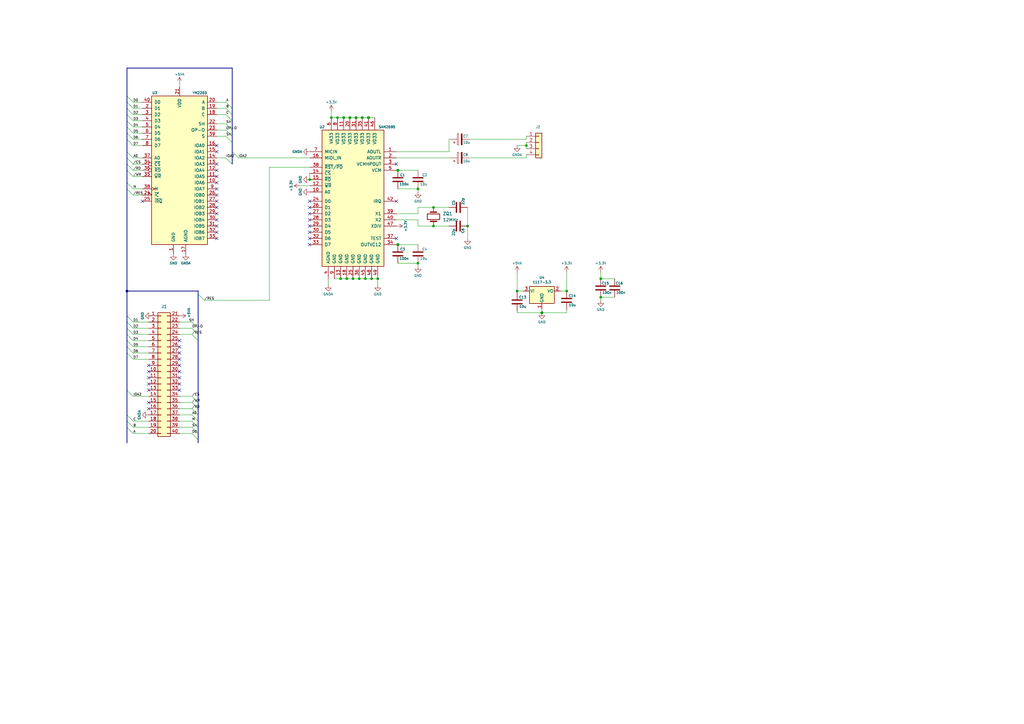
<source format=kicad_sch>
(kicad_sch (version 20230121) (generator eeschema)

  (uuid eff1afb7-47ba-46af-a815-4a07fb8d674b)

  (paper "A3")

  (title_block
    (title "ZXM-Extrime Extension")
    (date "2023-11-21")
    (rev "A3")
    (company "Alexandr Korochinskiy")
    (comment 1 "Extension for ZXM-Extrime")
  )

  (lib_symbols
    (symbol "Connector_Generic:Conn_01x04" (pin_names (offset 1.016) hide) (in_bom yes) (on_board yes)
      (property "Reference" "J" (at 0 5.08 0)
        (effects (font (size 1.27 1.27)))
      )
      (property "Value" "Conn_01x04" (at 0 -7.62 0)
        (effects (font (size 1.27 1.27)))
      )
      (property "Footprint" "" (at 0 0 0)
        (effects (font (size 1.27 1.27)) hide)
      )
      (property "Datasheet" "~" (at 0 0 0)
        (effects (font (size 1.27 1.27)) hide)
      )
      (property "ki_keywords" "connector" (at 0 0 0)
        (effects (font (size 1.27 1.27)) hide)
      )
      (property "ki_description" "Generic connector, single row, 01x04, script generated (kicad-library-utils/schlib/autogen/connector/)" (at 0 0 0)
        (effects (font (size 1.27 1.27)) hide)
      )
      (property "ki_fp_filters" "Connector*:*_1x??_*" (at 0 0 0)
        (effects (font (size 1.27 1.27)) hide)
      )
      (symbol "Conn_01x04_1_1"
        (rectangle (start -1.27 -4.953) (end 0 -5.207)
          (stroke (width 0.1524) (type default))
          (fill (type none))
        )
        (rectangle (start -1.27 -2.413) (end 0 -2.667)
          (stroke (width 0.1524) (type default))
          (fill (type none))
        )
        (rectangle (start -1.27 0.127) (end 0 -0.127)
          (stroke (width 0.1524) (type default))
          (fill (type none))
        )
        (rectangle (start -1.27 2.667) (end 0 2.413)
          (stroke (width 0.1524) (type default))
          (fill (type none))
        )
        (rectangle (start -1.27 3.81) (end 1.27 -6.35)
          (stroke (width 0.254) (type default))
          (fill (type background))
        )
        (pin passive line (at -5.08 2.54 0) (length 3.81)
          (name "Pin_1" (effects (font (size 1.27 1.27))))
          (number "1" (effects (font (size 1.27 1.27))))
        )
        (pin passive line (at -5.08 0 0) (length 3.81)
          (name "Pin_2" (effects (font (size 1.27 1.27))))
          (number "2" (effects (font (size 1.27 1.27))))
        )
        (pin passive line (at -5.08 -2.54 0) (length 3.81)
          (name "Pin_3" (effects (font (size 1.27 1.27))))
          (number "3" (effects (font (size 1.27 1.27))))
        )
        (pin passive line (at -5.08 -5.08 0) (length 3.81)
          (name "Pin_4" (effects (font (size 1.27 1.27))))
          (number "4" (effects (font (size 1.27 1.27))))
        )
      )
    )
    (symbol "Connector_Generic:Conn_02x20_Top_Bottom" (pin_names (offset 1.016) hide) (in_bom yes) (on_board yes)
      (property "Reference" "J" (at 1.27 25.4 0)
        (effects (font (size 1.27 1.27)))
      )
      (property "Value" "Conn_02x20_Top_Bottom" (at 1.27 -27.94 0)
        (effects (font (size 1.27 1.27)))
      )
      (property "Footprint" "" (at 0 0 0)
        (effects (font (size 1.27 1.27)) hide)
      )
      (property "Datasheet" "~" (at 0 0 0)
        (effects (font (size 1.27 1.27)) hide)
      )
      (property "ki_keywords" "connector" (at 0 0 0)
        (effects (font (size 1.27 1.27)) hide)
      )
      (property "ki_description" "Generic connector, double row, 02x20, top/bottom pin numbering scheme (row 1: 1...pins_per_row, row2: pins_per_row+1 ... num_pins), script generated (kicad-library-utils/schlib/autogen/connector/)" (at 0 0 0)
        (effects (font (size 1.27 1.27)) hide)
      )
      (property "ki_fp_filters" "Connector*:*_2x??_*" (at 0 0 0)
        (effects (font (size 1.27 1.27)) hide)
      )
      (symbol "Conn_02x20_Top_Bottom_1_1"
        (rectangle (start -1.27 -25.273) (end 0 -25.527)
          (stroke (width 0.1524) (type default))
          (fill (type none))
        )
        (rectangle (start -1.27 -22.733) (end 0 -22.987)
          (stroke (width 0.1524) (type default))
          (fill (type none))
        )
        (rectangle (start -1.27 -20.193) (end 0 -20.447)
          (stroke (width 0.1524) (type default))
          (fill (type none))
        )
        (rectangle (start -1.27 -17.653) (end 0 -17.907)
          (stroke (width 0.1524) (type default))
          (fill (type none))
        )
        (rectangle (start -1.27 -15.113) (end 0 -15.367)
          (stroke (width 0.1524) (type default))
          (fill (type none))
        )
        (rectangle (start -1.27 -12.573) (end 0 -12.827)
          (stroke (width 0.1524) (type default))
          (fill (type none))
        )
        (rectangle (start -1.27 -10.033) (end 0 -10.287)
          (stroke (width 0.1524) (type default))
          (fill (type none))
        )
        (rectangle (start -1.27 -7.493) (end 0 -7.747)
          (stroke (width 0.1524) (type default))
          (fill (type none))
        )
        (rectangle (start -1.27 -4.953) (end 0 -5.207)
          (stroke (width 0.1524) (type default))
          (fill (type none))
        )
        (rectangle (start -1.27 -2.413) (end 0 -2.667)
          (stroke (width 0.1524) (type default))
          (fill (type none))
        )
        (rectangle (start -1.27 0.127) (end 0 -0.127)
          (stroke (width 0.1524) (type default))
          (fill (type none))
        )
        (rectangle (start -1.27 2.667) (end 0 2.413)
          (stroke (width 0.1524) (type default))
          (fill (type none))
        )
        (rectangle (start -1.27 5.207) (end 0 4.953)
          (stroke (width 0.1524) (type default))
          (fill (type none))
        )
        (rectangle (start -1.27 7.747) (end 0 7.493)
          (stroke (width 0.1524) (type default))
          (fill (type none))
        )
        (rectangle (start -1.27 10.287) (end 0 10.033)
          (stroke (width 0.1524) (type default))
          (fill (type none))
        )
        (rectangle (start -1.27 12.827) (end 0 12.573)
          (stroke (width 0.1524) (type default))
          (fill (type none))
        )
        (rectangle (start -1.27 15.367) (end 0 15.113)
          (stroke (width 0.1524) (type default))
          (fill (type none))
        )
        (rectangle (start -1.27 17.907) (end 0 17.653)
          (stroke (width 0.1524) (type default))
          (fill (type none))
        )
        (rectangle (start -1.27 20.447) (end 0 20.193)
          (stroke (width 0.1524) (type default))
          (fill (type none))
        )
        (rectangle (start -1.27 22.987) (end 0 22.733)
          (stroke (width 0.1524) (type default))
          (fill (type none))
        )
        (rectangle (start -1.27 24.13) (end 3.81 -26.67)
          (stroke (width 0.254) (type default))
          (fill (type background))
        )
        (rectangle (start 3.81 -25.273) (end 2.54 -25.527)
          (stroke (width 0.1524) (type default))
          (fill (type none))
        )
        (rectangle (start 3.81 -22.733) (end 2.54 -22.987)
          (stroke (width 0.1524) (type default))
          (fill (type none))
        )
        (rectangle (start 3.81 -20.193) (end 2.54 -20.447)
          (stroke (width 0.1524) (type default))
          (fill (type none))
        )
        (rectangle (start 3.81 -17.653) (end 2.54 -17.907)
          (stroke (width 0.1524) (type default))
          (fill (type none))
        )
        (rectangle (start 3.81 -15.113) (end 2.54 -15.367)
          (stroke (width 0.1524) (type default))
          (fill (type none))
        )
        (rectangle (start 3.81 -12.573) (end 2.54 -12.827)
          (stroke (width 0.1524) (type default))
          (fill (type none))
        )
        (rectangle (start 3.81 -10.033) (end 2.54 -10.287)
          (stroke (width 0.1524) (type default))
          (fill (type none))
        )
        (rectangle (start 3.81 -7.493) (end 2.54 -7.747)
          (stroke (width 0.1524) (type default))
          (fill (type none))
        )
        (rectangle (start 3.81 -4.953) (end 2.54 -5.207)
          (stroke (width 0.1524) (type default))
          (fill (type none))
        )
        (rectangle (start 3.81 -2.413) (end 2.54 -2.667)
          (stroke (width 0.1524) (type default))
          (fill (type none))
        )
        (rectangle (start 3.81 0.127) (end 2.54 -0.127)
          (stroke (width 0.1524) (type default))
          (fill (type none))
        )
        (rectangle (start 3.81 2.667) (end 2.54 2.413)
          (stroke (width 0.1524) (type default))
          (fill (type none))
        )
        (rectangle (start 3.81 5.207) (end 2.54 4.953)
          (stroke (width 0.1524) (type default))
          (fill (type none))
        )
        (rectangle (start 3.81 7.747) (end 2.54 7.493)
          (stroke (width 0.1524) (type default))
          (fill (type none))
        )
        (rectangle (start 3.81 10.287) (end 2.54 10.033)
          (stroke (width 0.1524) (type default))
          (fill (type none))
        )
        (rectangle (start 3.81 12.827) (end 2.54 12.573)
          (stroke (width 0.1524) (type default))
          (fill (type none))
        )
        (rectangle (start 3.81 15.367) (end 2.54 15.113)
          (stroke (width 0.1524) (type default))
          (fill (type none))
        )
        (rectangle (start 3.81 17.907) (end 2.54 17.653)
          (stroke (width 0.1524) (type default))
          (fill (type none))
        )
        (rectangle (start 3.81 20.447) (end 2.54 20.193)
          (stroke (width 0.1524) (type default))
          (fill (type none))
        )
        (rectangle (start 3.81 22.987) (end 2.54 22.733)
          (stroke (width 0.1524) (type default))
          (fill (type none))
        )
        (pin passive line (at -5.08 22.86 0) (length 3.81)
          (name "Pin_1" (effects (font (size 1.27 1.27))))
          (number "1" (effects (font (size 1.27 1.27))))
        )
        (pin passive line (at -5.08 0 0) (length 3.81)
          (name "Pin_10" (effects (font (size 1.27 1.27))))
          (number "10" (effects (font (size 1.27 1.27))))
        )
        (pin passive line (at -5.08 -2.54 0) (length 3.81)
          (name "Pin_11" (effects (font (size 1.27 1.27))))
          (number "11" (effects (font (size 1.27 1.27))))
        )
        (pin passive line (at -5.08 -5.08 0) (length 3.81)
          (name "Pin_12" (effects (font (size 1.27 1.27))))
          (number "12" (effects (font (size 1.27 1.27))))
        )
        (pin passive line (at -5.08 -7.62 0) (length 3.81)
          (name "Pin_13" (effects (font (size 1.27 1.27))))
          (number "13" (effects (font (size 1.27 1.27))))
        )
        (pin passive line (at -5.08 -10.16 0) (length 3.81)
          (name "Pin_14" (effects (font (size 1.27 1.27))))
          (number "14" (effects (font (size 1.27 1.27))))
        )
        (pin passive line (at -5.08 -12.7 0) (length 3.81)
          (name "Pin_15" (effects (font (size 1.27 1.27))))
          (number "15" (effects (font (size 1.27 1.27))))
        )
        (pin passive line (at -5.08 -15.24 0) (length 3.81)
          (name "Pin_16" (effects (font (size 1.27 1.27))))
          (number "16" (effects (font (size 1.27 1.27))))
        )
        (pin passive line (at -5.08 -17.78 0) (length 3.81)
          (name "Pin_17" (effects (font (size 1.27 1.27))))
          (number "17" (effects (font (size 1.27 1.27))))
        )
        (pin passive line (at -5.08 -20.32 0) (length 3.81)
          (name "Pin_18" (effects (font (size 1.27 1.27))))
          (number "18" (effects (font (size 1.27 1.27))))
        )
        (pin passive line (at -5.08 -22.86 0) (length 3.81)
          (name "Pin_19" (effects (font (size 1.27 1.27))))
          (number "19" (effects (font (size 1.27 1.27))))
        )
        (pin passive line (at -5.08 20.32 0) (length 3.81)
          (name "Pin_2" (effects (font (size 1.27 1.27))))
          (number "2" (effects (font (size 1.27 1.27))))
        )
        (pin passive line (at -5.08 -25.4 0) (length 3.81)
          (name "Pin_20" (effects (font (size 1.27 1.27))))
          (number "20" (effects (font (size 1.27 1.27))))
        )
        (pin passive line (at 7.62 22.86 180) (length 3.81)
          (name "Pin_21" (effects (font (size 1.27 1.27))))
          (number "21" (effects (font (size 1.27 1.27))))
        )
        (pin passive line (at 7.62 20.32 180) (length 3.81)
          (name "Pin_22" (effects (font (size 1.27 1.27))))
          (number "22" (effects (font (size 1.27 1.27))))
        )
        (pin passive line (at 7.62 17.78 180) (length 3.81)
          (name "Pin_23" (effects (font (size 1.27 1.27))))
          (number "23" (effects (font (size 1.27 1.27))))
        )
        (pin passive line (at 7.62 15.24 180) (length 3.81)
          (name "Pin_24" (effects (font (size 1.27 1.27))))
          (number "24" (effects (font (size 1.27 1.27))))
        )
        (pin passive line (at 7.62 12.7 180) (length 3.81)
          (name "Pin_25" (effects (font (size 1.27 1.27))))
          (number "25" (effects (font (size 1.27 1.27))))
        )
        (pin passive line (at 7.62 10.16 180) (length 3.81)
          (name "Pin_26" (effects (font (size 1.27 1.27))))
          (number "26" (effects (font (size 1.27 1.27))))
        )
        (pin passive line (at 7.62 7.62 180) (length 3.81)
          (name "Pin_27" (effects (font (size 1.27 1.27))))
          (number "27" (effects (font (size 1.27 1.27))))
        )
        (pin passive line (at 7.62 5.08 180) (length 3.81)
          (name "Pin_28" (effects (font (size 1.27 1.27))))
          (number "28" (effects (font (size 1.27 1.27))))
        )
        (pin passive line (at 7.62 2.54 180) (length 3.81)
          (name "Pin_29" (effects (font (size 1.27 1.27))))
          (number "29" (effects (font (size 1.27 1.27))))
        )
        (pin passive line (at -5.08 17.78 0) (length 3.81)
          (name "Pin_3" (effects (font (size 1.27 1.27))))
          (number "3" (effects (font (size 1.27 1.27))))
        )
        (pin passive line (at 7.62 0 180) (length 3.81)
          (name "Pin_30" (effects (font (size 1.27 1.27))))
          (number "30" (effects (font (size 1.27 1.27))))
        )
        (pin passive line (at 7.62 -2.54 180) (length 3.81)
          (name "Pin_31" (effects (font (size 1.27 1.27))))
          (number "31" (effects (font (size 1.27 1.27))))
        )
        (pin passive line (at 7.62 -5.08 180) (length 3.81)
          (name "Pin_32" (effects (font (size 1.27 1.27))))
          (number "32" (effects (font (size 1.27 1.27))))
        )
        (pin passive line (at 7.62 -7.62 180) (length 3.81)
          (name "Pin_33" (effects (font (size 1.27 1.27))))
          (number "33" (effects (font (size 1.27 1.27))))
        )
        (pin passive line (at 7.62 -10.16 180) (length 3.81)
          (name "Pin_34" (effects (font (size 1.27 1.27))))
          (number "34" (effects (font (size 1.27 1.27))))
        )
        (pin passive line (at 7.62 -12.7 180) (length 3.81)
          (name "Pin_35" (effects (font (size 1.27 1.27))))
          (number "35" (effects (font (size 1.27 1.27))))
        )
        (pin passive line (at 7.62 -15.24 180) (length 3.81)
          (name "Pin_36" (effects (font (size 1.27 1.27))))
          (number "36" (effects (font (size 1.27 1.27))))
        )
        (pin passive line (at 7.62 -17.78 180) (length 3.81)
          (name "Pin_37" (effects (font (size 1.27 1.27))))
          (number "37" (effects (font (size 1.27 1.27))))
        )
        (pin passive line (at 7.62 -20.32 180) (length 3.81)
          (name "Pin_38" (effects (font (size 1.27 1.27))))
          (number "38" (effects (font (size 1.27 1.27))))
        )
        (pin passive line (at 7.62 -22.86 180) (length 3.81)
          (name "Pin_39" (effects (font (size 1.27 1.27))))
          (number "39" (effects (font (size 1.27 1.27))))
        )
        (pin passive line (at -5.08 15.24 0) (length 3.81)
          (name "Pin_4" (effects (font (size 1.27 1.27))))
          (number "4" (effects (font (size 1.27 1.27))))
        )
        (pin passive line (at 7.62 -25.4 180) (length 3.81)
          (name "Pin_40" (effects (font (size 1.27 1.27))))
          (number "40" (effects (font (size 1.27 1.27))))
        )
        (pin passive line (at -5.08 12.7 0) (length 3.81)
          (name "Pin_5" (effects (font (size 1.27 1.27))))
          (number "5" (effects (font (size 1.27 1.27))))
        )
        (pin passive line (at -5.08 10.16 0) (length 3.81)
          (name "Pin_6" (effects (font (size 1.27 1.27))))
          (number "6" (effects (font (size 1.27 1.27))))
        )
        (pin passive line (at -5.08 7.62 0) (length 3.81)
          (name "Pin_7" (effects (font (size 1.27 1.27))))
          (number "7" (effects (font (size 1.27 1.27))))
        )
        (pin passive line (at -5.08 5.08 0) (length 3.81)
          (name "Pin_8" (effects (font (size 1.27 1.27))))
          (number "8" (effects (font (size 1.27 1.27))))
        )
        (pin passive line (at -5.08 2.54 0) (length 3.81)
          (name "Pin_9" (effects (font (size 1.27 1.27))))
          (number "9" (effects (font (size 1.27 1.27))))
        )
      )
    )
    (symbol "Device:C" (pin_numbers hide) (pin_names (offset 0.254)) (in_bom yes) (on_board yes)
      (property "Reference" "C" (at 0.635 2.54 0)
        (effects (font (size 1.27 1.27)) (justify left))
      )
      (property "Value" "C" (at 0.635 -2.54 0)
        (effects (font (size 1.27 1.27)) (justify left))
      )
      (property "Footprint" "" (at 0.9652 -3.81 0)
        (effects (font (size 1.27 1.27)) hide)
      )
      (property "Datasheet" "~" (at 0 0 0)
        (effects (font (size 1.27 1.27)) hide)
      )
      (property "ki_keywords" "cap capacitor" (at 0 0 0)
        (effects (font (size 1.27 1.27)) hide)
      )
      (property "ki_description" "Unpolarized capacitor" (at 0 0 0)
        (effects (font (size 1.27 1.27)) hide)
      )
      (property "ki_fp_filters" "C_*" (at 0 0 0)
        (effects (font (size 1.27 1.27)) hide)
      )
      (symbol "C_0_1"
        (polyline
          (pts
            (xy -2.032 -0.762)
            (xy 2.032 -0.762)
          )
          (stroke (width 0.508) (type default))
          (fill (type none))
        )
        (polyline
          (pts
            (xy -2.032 0.762)
            (xy 2.032 0.762)
          )
          (stroke (width 0.508) (type default))
          (fill (type none))
        )
      )
      (symbol "C_1_1"
        (pin passive line (at 0 3.81 270) (length 2.794)
          (name "~" (effects (font (size 1.27 1.27))))
          (number "1" (effects (font (size 1.27 1.27))))
        )
        (pin passive line (at 0 -3.81 90) (length 2.794)
          (name "~" (effects (font (size 1.27 1.27))))
          (number "2" (effects (font (size 1.27 1.27))))
        )
      )
    )
    (symbol "Device:C_Polarized" (pin_numbers hide) (pin_names (offset 0.254)) (in_bom yes) (on_board yes)
      (property "Reference" "C" (at 0.635 2.54 0)
        (effects (font (size 1.27 1.27)) (justify left))
      )
      (property "Value" "C_Polarized" (at 0.635 -2.54 0)
        (effects (font (size 1.27 1.27)) (justify left))
      )
      (property "Footprint" "" (at 0.9652 -3.81 0)
        (effects (font (size 1.27 1.27)) hide)
      )
      (property "Datasheet" "~" (at 0 0 0)
        (effects (font (size 1.27 1.27)) hide)
      )
      (property "ki_keywords" "cap capacitor" (at 0 0 0)
        (effects (font (size 1.27 1.27)) hide)
      )
      (property "ki_description" "Polarized capacitor" (at 0 0 0)
        (effects (font (size 1.27 1.27)) hide)
      )
      (property "ki_fp_filters" "CP_*" (at 0 0 0)
        (effects (font (size 1.27 1.27)) hide)
      )
      (symbol "C_Polarized_0_1"
        (rectangle (start -2.286 0.508) (end 2.286 1.016)
          (stroke (width 0) (type default))
          (fill (type none))
        )
        (polyline
          (pts
            (xy -1.778 2.286)
            (xy -0.762 2.286)
          )
          (stroke (width 0) (type default))
          (fill (type none))
        )
        (polyline
          (pts
            (xy -1.27 2.794)
            (xy -1.27 1.778)
          )
          (stroke (width 0) (type default))
          (fill (type none))
        )
        (rectangle (start 2.286 -0.508) (end -2.286 -1.016)
          (stroke (width 0) (type default))
          (fill (type outline))
        )
      )
      (symbol "C_Polarized_1_1"
        (pin passive line (at 0 3.81 270) (length 2.794)
          (name "~" (effects (font (size 1.27 1.27))))
          (number "1" (effects (font (size 1.27 1.27))))
        )
        (pin passive line (at 0 -3.81 90) (length 2.794)
          (name "~" (effects (font (size 1.27 1.27))))
          (number "2" (effects (font (size 1.27 1.27))))
        )
      )
    )
    (symbol "Device:Crystal" (pin_numbers hide) (pin_names (offset 1.016) hide) (in_bom yes) (on_board yes)
      (property "Reference" "Y" (at 0 3.81 0)
        (effects (font (size 1.27 1.27)))
      )
      (property "Value" "Crystal" (at 0 -3.81 0)
        (effects (font (size 1.27 1.27)))
      )
      (property "Footprint" "" (at 0 0 0)
        (effects (font (size 1.27 1.27)) hide)
      )
      (property "Datasheet" "~" (at 0 0 0)
        (effects (font (size 1.27 1.27)) hide)
      )
      (property "ki_keywords" "quartz ceramic resonator oscillator" (at 0 0 0)
        (effects (font (size 1.27 1.27)) hide)
      )
      (property "ki_description" "Two pin crystal" (at 0 0 0)
        (effects (font (size 1.27 1.27)) hide)
      )
      (property "ki_fp_filters" "Crystal*" (at 0 0 0)
        (effects (font (size 1.27 1.27)) hide)
      )
      (symbol "Crystal_0_1"
        (rectangle (start -1.143 2.54) (end 1.143 -2.54)
          (stroke (width 0.3048) (type default))
          (fill (type none))
        )
        (polyline
          (pts
            (xy -2.54 0)
            (xy -1.905 0)
          )
          (stroke (width 0) (type default))
          (fill (type none))
        )
        (polyline
          (pts
            (xy -1.905 -1.27)
            (xy -1.905 1.27)
          )
          (stroke (width 0.508) (type default))
          (fill (type none))
        )
        (polyline
          (pts
            (xy 1.905 -1.27)
            (xy 1.905 1.27)
          )
          (stroke (width 0.508) (type default))
          (fill (type none))
        )
        (polyline
          (pts
            (xy 2.54 0)
            (xy 1.905 0)
          )
          (stroke (width 0) (type default))
          (fill (type none))
        )
      )
      (symbol "Crystal_1_1"
        (pin passive line (at -3.81 0 0) (length 1.27)
          (name "1" (effects (font (size 1.27 1.27))))
          (number "1" (effects (font (size 1.27 1.27))))
        )
        (pin passive line (at 3.81 0 180) (length 1.27)
          (name "2" (effects (font (size 1.27 1.27))))
          (number "2" (effects (font (size 1.27 1.27))))
        )
      )
    )
    (symbol "Regulator_Linear:AMS1117-3.3" (pin_names (offset 0.254)) (in_bom yes) (on_board yes)
      (property "Reference" "U" (at -3.81 3.175 0)
        (effects (font (size 1.27 1.27)))
      )
      (property "Value" "AMS1117-3.3" (at 0 3.175 0)
        (effects (font (size 1.27 1.27)) (justify left))
      )
      (property "Footprint" "Package_TO_SOT_SMD:SOT-223-3_TabPin2" (at 0 5.08 0)
        (effects (font (size 1.27 1.27)) hide)
      )
      (property "Datasheet" "http://www.advanced-monolithic.com/pdf/ds1117.pdf" (at 2.54 -6.35 0)
        (effects (font (size 1.27 1.27)) hide)
      )
      (property "ki_keywords" "linear regulator ldo fixed positive" (at 0 0 0)
        (effects (font (size 1.27 1.27)) hide)
      )
      (property "ki_description" "1A Low Dropout regulator, positive, 3.3V fixed output, SOT-223" (at 0 0 0)
        (effects (font (size 1.27 1.27)) hide)
      )
      (property "ki_fp_filters" "SOT?223*TabPin2*" (at 0 0 0)
        (effects (font (size 1.27 1.27)) hide)
      )
      (symbol "AMS1117-3.3_0_1"
        (rectangle (start -5.08 -5.08) (end 5.08 1.905)
          (stroke (width 0.254) (type default))
          (fill (type background))
        )
      )
      (symbol "AMS1117-3.3_1_1"
        (pin power_in line (at 0 -7.62 90) (length 2.54)
          (name "GND" (effects (font (size 1.27 1.27))))
          (number "1" (effects (font (size 1.27 1.27))))
        )
        (pin power_out line (at 7.62 0 180) (length 2.54)
          (name "VO" (effects (font (size 1.27 1.27))))
          (number "2" (effects (font (size 1.27 1.27))))
        )
        (pin power_in line (at -7.62 0 0) (length 2.54)
          (name "VI" (effects (font (size 1.27 1.27))))
          (number "3" (effects (font (size 1.27 1.27))))
        )
      )
    )
    (symbol "YM2203_1" (pin_names (offset 1.016)) (in_bom yes) (on_board yes)
      (property "Reference" "U" (at -10.16 35.56 0)
        (effects (font (size 0.9906 0.9906)))
      )
      (property "Value" "YM2203_1" (at 7.62 35.56 0)
        (effects (font (size 0.9906 0.9906)))
      )
      (property "Footprint" "" (at 0 40.64 0)
        (effects (font (size 0.9906 0.9906)) hide)
      )
      (property "Datasheet" "" (at 0 40.64 0)
        (effects (font (size 0.9906 0.9906)) hide)
      )
      (symbol "YM2203_1_0_0"
        (pin power_in line (at 2.54 -30.48 90) (length 3.81)
          (name "AGND" (effects (font (size 1.27 1.27))))
          (number "17" (effects (font (size 1.27 1.27))))
        )
      )
      (symbol "YM2203_1_0_1"
        (rectangle (start -11.43 34.29) (end 11.43 -26.67)
          (stroke (width 0.254) (type default))
          (fill (type background))
        )
      )
      (symbol "YM2203_1_1_1"
        (pin power_in line (at -2.54 -30.48 90) (length 3.81)
          (name "GND" (effects (font (size 1.27 1.27))))
          (number "1" (effects (font (size 1.27 1.27))))
        )
        (pin bidirectional line (at 15.24 -1.27 180) (length 3.81)
          (name "IOA6" (effects (font (size 1.27 1.27))))
          (number "10" (effects (font (size 1.27 1.27))))
        )
        (pin bidirectional line (at 15.24 1.27 180) (length 3.81)
          (name "IOA5" (effects (font (size 1.27 1.27))))
          (number "11" (effects (font (size 1.27 1.27))))
        )
        (pin bidirectional line (at 15.24 3.81 180) (length 3.81)
          (name "IOA4" (effects (font (size 1.27 1.27))))
          (number "12" (effects (font (size 1.27 1.27))))
        )
        (pin bidirectional line (at 15.24 6.35 180) (length 3.81)
          (name "IOA3" (effects (font (size 1.27 1.27))))
          (number "13" (effects (font (size 1.27 1.27))))
        )
        (pin bidirectional line (at 15.24 8.89 180) (length 3.81)
          (name "IOA2" (effects (font (size 1.27 1.27))))
          (number "14" (effects (font (size 1.27 1.27))))
        )
        (pin bidirectional line (at 15.24 11.43 180) (length 3.81)
          (name "IOA1" (effects (font (size 1.27 1.27))))
          (number "15" (effects (font (size 1.27 1.27))))
        )
        (pin bidirectional line (at 15.24 13.97 180) (length 3.81)
          (name "IOA0" (effects (font (size 1.27 1.27))))
          (number "16" (effects (font (size 1.27 1.27))))
        )
        (pin output line (at 15.24 26.67 180) (length 3.81)
          (name "C" (effects (font (size 1.27 1.27))))
          (number "18" (effects (font (size 1.27 1.27))))
        )
        (pin output line (at 15.24 29.21 180) (length 3.81)
          (name "B" (effects (font (size 1.27 1.27))))
          (number "19" (effects (font (size 1.27 1.27))))
        )
        (pin bidirectional line (at -15.24 29.21 0) (length 3.81)
          (name "D1" (effects (font (size 1.27 1.27))))
          (number "2" (effects (font (size 1.27 1.27))))
        )
        (pin output line (at 15.24 31.75 180) (length 3.81)
          (name "A" (effects (font (size 1.27 1.27))))
          (number "20" (effects (font (size 1.27 1.27))))
        )
        (pin power_in line (at 0 38.1 270) (length 3.81)
          (name "VDD" (effects (font (size 1.27 1.27))))
          (number "21" (effects (font (size 1.27 1.27))))
        )
        (pin output line (at 15.24 22.86 180) (length 3.81)
          (name "SH" (effects (font (size 1.27 1.27))))
          (number "22" (effects (font (size 1.27 1.27))))
        )
        (pin output line (at 15.24 20.32 180) (length 3.81)
          (name "OP-O" (effects (font (size 1.27 1.27))))
          (number "23" (effects (font (size 1.27 1.27))))
        )
        (pin input input_low (at -15.24 -6.35 0) (length 3.81)
          (name "~{IC}" (effects (font (size 1.27 1.27))))
          (number "24" (effects (font (size 1.27 1.27))))
        )
        (pin output line (at -15.24 -8.89 0) (length 3.81)
          (name "~{IRQ}" (effects (font (size 1.27 1.27))))
          (number "25" (effects (font (size 1.27 1.27))))
        )
        (pin bidirectional line (at 15.24 -6.35 180) (length 3.81)
          (name "IOB0" (effects (font (size 1.27 1.27))))
          (number "26" (effects (font (size 1.27 1.27))))
        )
        (pin bidirectional line (at 15.24 -8.89 180) (length 3.81)
          (name "IOB1" (effects (font (size 1.27 1.27))))
          (number "27" (effects (font (size 1.27 1.27))))
        )
        (pin bidirectional line (at 15.24 -11.43 180) (length 3.81)
          (name "IOB2" (effects (font (size 1.27 1.27))))
          (number "28" (effects (font (size 1.27 1.27))))
        )
        (pin bidirectional line (at 15.24 -13.97 180) (length 3.81)
          (name "IOB3" (effects (font (size 1.27 1.27))))
          (number "29" (effects (font (size 1.27 1.27))))
        )
        (pin bidirectional line (at -15.24 26.67 0) (length 3.81)
          (name "D2" (effects (font (size 1.27 1.27))))
          (number "3" (effects (font (size 1.27 1.27))))
        )
        (pin bidirectional line (at 15.24 -16.51 180) (length 3.81)
          (name "IOB4" (effects (font (size 1.27 1.27))))
          (number "30" (effects (font (size 1.27 1.27))))
        )
        (pin bidirectional line (at 15.24 -19.05 180) (length 3.81)
          (name "IOB5" (effects (font (size 1.27 1.27))))
          (number "31" (effects (font (size 1.27 1.27))))
        )
        (pin bidirectional line (at 15.24 -21.59 180) (length 3.81)
          (name "IOB6" (effects (font (size 1.27 1.27))))
          (number "32" (effects (font (size 1.27 1.27))))
        )
        (pin bidirectional line (at 15.24 -24.13 180) (length 3.81)
          (name "IOB7" (effects (font (size 1.27 1.27))))
          (number "33" (effects (font (size 1.27 1.27))))
        )
        (pin input inverted (at -15.24 6.35 0) (length 3.81)
          (name "~{CS}" (effects (font (size 1.27 1.27))))
          (number "34" (effects (font (size 1.27 1.27))))
        )
        (pin input line (at -15.24 1.27 0) (length 3.81)
          (name "~{WR}" (effects (font (size 1.27 1.27))))
          (number "35" (effects (font (size 1.27 1.27))))
        )
        (pin input inverted (at -15.24 3.81 0) (length 3.81)
          (name "~{RD}" (effects (font (size 1.27 1.27))))
          (number "36" (effects (font (size 1.27 1.27))))
        )
        (pin input line (at -15.24 8.89 0) (length 3.81)
          (name "A0" (effects (font (size 1.27 1.27))))
          (number "37" (effects (font (size 1.27 1.27))))
        )
        (pin input clock (at -15.24 -3.81 0) (length 3.81)
          (name "M" (effects (font (size 1.27 1.27))))
          (number "38" (effects (font (size 1.27 1.27))))
        )
        (pin output line (at 15.24 17.78 180) (length 3.81)
          (name "S" (effects (font (size 1.27 1.27))))
          (number "39" (effects (font (size 1.27 1.27))))
        )
        (pin bidirectional line (at -15.24 24.13 0) (length 3.81)
          (name "D3" (effects (font (size 1.27 1.27))))
          (number "4" (effects (font (size 1.27 1.27))))
        )
        (pin bidirectional line (at -15.24 31.75 0) (length 3.81)
          (name "D0" (effects (font (size 1.27 1.27))))
          (number "40" (effects (font (size 1.27 1.27))))
        )
        (pin bidirectional line (at -15.24 21.59 0) (length 3.81)
          (name "D4" (effects (font (size 1.27 1.27))))
          (number "5" (effects (font (size 1.27 1.27))))
        )
        (pin bidirectional line (at -15.24 19.05 0) (length 3.81)
          (name "D5" (effects (font (size 1.27 1.27))))
          (number "6" (effects (font (size 1.27 1.27))))
        )
        (pin bidirectional line (at -15.24 16.51 0) (length 3.81)
          (name "D6" (effects (font (size 1.27 1.27))))
          (number "7" (effects (font (size 1.27 1.27))))
        )
        (pin bidirectional line (at -15.24 13.97 0) (length 3.81)
          (name "D7" (effects (font (size 1.27 1.27))))
          (number "8" (effects (font (size 1.27 1.27))))
        )
        (pin bidirectional line (at 15.24 -3.81 180) (length 3.81)
          (name "IOA7" (effects (font (size 1.27 1.27))))
          (number "9" (effects (font (size 1.27 1.27))))
        )
      )
    )
    (symbol "my:SAM2695" (pin_names (offset 1.016)) (in_bom yes) (on_board yes)
      (property "Reference" "U" (at -13.97 29.21 0)
        (effects (font (size 1.27 1.27)))
      )
      (property "Value" "SAM2695" (at 12.7 29.21 0)
        (effects (font (size 1.27 1.27)))
      )
      (property "Footprint" "" (at -8.89 12.7 0)
        (effects (font (size 1.27 1.27)) hide)
      )
      (property "Datasheet" "" (at -8.89 12.7 0)
        (effects (font (size 1.27 1.27)) hide)
      )
      (property "ki_fp_filters" "QFN*6x6*" (at 0 0 0)
        (effects (font (size 1.27 1.27)) hide)
      )
      (symbol "SAM2695_0_0"
        (pin output line (at 17.78 19.05 180) (length 5.08)
          (name "AOUTL" (effects (font (size 1.27 1.27))))
          (number "1" (effects (font (size 1.27 1.27))))
        )
        (pin input line (at -17.78 2.54 0) (length 5.08)
          (name "A0" (effects (font (size 1.27 1.27))))
          (number "10" (effects (font (size 1.27 1.27))))
        )
        (pin power_in line (at -3.81 33.02 270) (length 5.08)
          (name "VD33" (effects (font (size 1.27 1.27))))
          (number "11" (effects (font (size 1.27 1.27))))
        )
        (pin input line (at -17.78 5.08 0) (length 5.08)
          (name "~{WR}" (effects (font (size 1.27 1.27))))
          (number "12" (effects (font (size 1.27 1.27))))
        )
        (pin power_in line (at -5.08 -33.02 90) (length 5.08)
          (name "GND" (effects (font (size 1.27 1.27))))
          (number "13" (effects (font (size 1.27 1.27))))
        )
        (pin input line (at -17.78 10.16 0) (length 5.08)
          (name "~{CS}" (effects (font (size 1.27 1.27))))
          (number "14" (effects (font (size 1.27 1.27))))
        )
        (pin input line (at -17.78 7.62 0) (length 5.08)
          (name "~{RD}" (effects (font (size 1.27 1.27))))
          (number "15" (effects (font (size 1.27 1.27))))
        )
        (pin input line (at -17.78 16.51 0) (length 5.08)
          (name "MIDI_IN" (effects (font (size 1.27 1.27))))
          (number "16" (effects (font (size 1.27 1.27))))
        )
        (pin no_connect line (at 17.78 7.62 180) (length 5.08) hide
          (name "NC" (effects (font (size 1.27 1.27))))
          (number "17" (effects (font (size 1.27 1.27))))
        )
        (pin power_in line (at -2.54 -33.02 90) (length 5.08)
          (name "GND" (effects (font (size 1.27 1.27))))
          (number "18" (effects (font (size 1.27 1.27))))
        )
        (pin no_connect line (at 17.78 8.89 180) (length 5.08) hide
          (name "NC" (effects (font (size 1.27 1.27))))
          (number "19" (effects (font (size 1.27 1.27))))
        )
        (pin output line (at 17.78 16.51 180) (length 5.08)
          (name "AOUTR" (effects (font (size 1.27 1.27))))
          (number "2" (effects (font (size 1.27 1.27))))
        )
        (pin power_in line (at -1.27 33.02 270) (length 5.08)
          (name "VD33" (effects (font (size 1.27 1.27))))
          (number "20" (effects (font (size 1.27 1.27))))
        )
        (pin no_connect line (at 17.78 6.35 180) (length 5.08) hide
          (name "NC" (effects (font (size 1.27 1.27))))
          (number "21" (effects (font (size 1.27 1.27))))
        )
        (pin no_connect line (at 17.78 5.08 180) (length 5.08) hide
          (name "NC" (effects (font (size 1.27 1.27))))
          (number "22" (effects (font (size 1.27 1.27))))
        )
        (pin no_connect line (at 17.78 3.81 180) (length 5.08) hide
          (name "NC" (effects (font (size 1.27 1.27))))
          (number "23" (effects (font (size 1.27 1.27))))
        )
        (pin bidirectional line (at -17.78 -1.27 0) (length 5.08)
          (name "D0" (effects (font (size 1.27 1.27))))
          (number "24" (effects (font (size 1.27 1.27))))
        )
        (pin power_in line (at 0 -33.02 90) (length 5.08)
          (name "GND" (effects (font (size 1.27 1.27))))
          (number "25" (effects (font (size 1.27 1.27))))
        )
        (pin bidirectional line (at -17.78 -3.81 0) (length 5.08)
          (name "D1" (effects (font (size 1.27 1.27))))
          (number "26" (effects (font (size 1.27 1.27))))
        )
        (pin bidirectional line (at -17.78 -6.35 0) (length 5.08)
          (name "D2" (effects (font (size 1.27 1.27))))
          (number "27" (effects (font (size 1.27 1.27))))
        )
        (pin bidirectional line (at -17.78 -8.89 0) (length 5.08)
          (name "D3" (effects (font (size 1.27 1.27))))
          (number "28" (effects (font (size 1.27 1.27))))
        )
        (pin bidirectional line (at -17.78 -11.43 0) (length 5.08)
          (name "D4" (effects (font (size 1.27 1.27))))
          (number "29" (effects (font (size 1.27 1.27))))
        )
        (pin output line (at 17.78 13.97 180) (length 5.08)
          (name "VCMHPOUT" (effects (font (size 1.27 1.27))))
          (number "3" (effects (font (size 1.27 1.27))))
        )
        (pin bidirectional line (at -17.78 -13.97 0) (length 5.08)
          (name "D5" (effects (font (size 1.27 1.27))))
          (number "30" (effects (font (size 1.27 1.27))))
        )
        (pin power_in line (at 1.27 33.02 270) (length 5.08)
          (name "VD33" (effects (font (size 1.27 1.27))))
          (number "31" (effects (font (size 1.27 1.27))))
        )
        (pin bidirectional line (at -17.78 -16.51 0) (length 5.08)
          (name "D6" (effects (font (size 1.27 1.27))))
          (number "32" (effects (font (size 1.27 1.27))))
        )
        (pin bidirectional line (at -17.78 -19.05 0) (length 5.08)
          (name "D7" (effects (font (size 1.27 1.27))))
          (number "33" (effects (font (size 1.27 1.27))))
        )
        (pin power_out line (at 17.78 -19.05 180) (length 5.08)
          (name "OUTVC12" (effects (font (size 1.27 1.27))))
          (number "34" (effects (font (size 1.27 1.27))))
        )
        (pin power_in line (at 3.81 33.02 270) (length 5.08)
          (name "VD33" (effects (font (size 1.27 1.27))))
          (number "35" (effects (font (size 1.27 1.27))))
        )
        (pin power_in line (at 2.54 -33.02 90) (length 5.08)
          (name "GND" (effects (font (size 1.27 1.27))))
          (number "36" (effects (font (size 1.27 1.27))))
        )
        (pin input line (at 17.78 -16.51 180) (length 5.08)
          (name "TEST" (effects (font (size 1.27 1.27))))
          (number "37" (effects (font (size 1.27 1.27))))
        )
        (pin input line (at -17.78 12.7 0) (length 5.08)
          (name "~{RST}/~{PD}" (effects (font (size 1.27 1.27))))
          (number "38" (effects (font (size 1.27 1.27))))
        )
        (pin input line (at 17.78 -6.35 180) (length 5.08)
          (name "X1" (effects (font (size 1.27 1.27))))
          (number "39" (effects (font (size 1.27 1.27))))
        )
        (pin power_in line (at -10.16 -33.02 90) (length 5.08)
          (name "AGND" (effects (font (size 1.27 1.27))))
          (number "4" (effects (font (size 1.27 1.27))))
        )
        (pin input line (at 17.78 -8.89 180) (length 5.08)
          (name "X2" (effects (font (size 1.27 1.27))))
          (number "40" (effects (font (size 1.27 1.27))))
        )
        (pin power_in line (at 6.35 33.02 270) (length 5.08)
          (name "VD33" (effects (font (size 1.27 1.27))))
          (number "41" (effects (font (size 1.27 1.27))))
        )
        (pin output line (at 17.78 -1.27 180) (length 5.08)
          (name "IRQ" (effects (font (size 1.27 1.27))))
          (number "42" (effects (font (size 1.27 1.27))))
        )
        (pin no_connect line (at 17.78 2.54 180) (length 5.08) hide
          (name "NC" (effects (font (size 1.27 1.27))))
          (number "43" (effects (font (size 1.27 1.27))))
        )
        (pin no_connect line (at 17.78 1.27 180) (length 5.08) hide
          (name "NC" (effects (font (size 1.27 1.27))))
          (number "44" (effects (font (size 1.27 1.27))))
        )
        (pin power_in line (at 5.08 -33.02 90) (length 5.08)
          (name "GND" (effects (font (size 1.27 1.27))))
          (number "45" (effects (font (size 1.27 1.27))))
        )
        (pin power_in line (at 8.89 33.02 270) (length 5.08)
          (name "VD33" (effects (font (size 1.27 1.27))))
          (number "46" (effects (font (size 1.27 1.27))))
        )
        (pin input line (at 17.78 -11.43 180) (length 5.08)
          (name "XDIV" (effects (font (size 1.27 1.27))))
          (number "47" (effects (font (size 1.27 1.27))))
        )
        (pin power_in line (at 7.62 -33.02 90) (length 5.08)
          (name "GND" (effects (font (size 1.27 1.27))))
          (number "48" (effects (font (size 1.27 1.27))))
        )
        (pin output line (at 17.78 11.43 180) (length 5.08)
          (name "VCM" (effects (font (size 1.27 1.27))))
          (number "5" (effects (font (size 1.27 1.27))))
        )
        (pin power_in line (at -8.89 33.02 270) (length 5.08)
          (name "VA33" (effects (font (size 1.27 1.27))))
          (number "6" (effects (font (size 1.27 1.27))))
        )
        (pin input line (at -17.78 19.05 0) (length 5.08)
          (name "MICIN" (effects (font (size 1.27 1.27))))
          (number "7" (effects (font (size 1.27 1.27))))
        )
        (pin power_in line (at -6.35 33.02 270) (length 5.08)
          (name "VD33" (effects (font (size 1.27 1.27))))
          (number "8" (effects (font (size 1.27 1.27))))
        )
        (pin power_in line (at -7.62 -33.02 90) (length 5.08)
          (name "GND" (effects (font (size 1.27 1.27))))
          (number "9" (effects (font (size 1.27 1.27))))
        )
      )
      (symbol "SAM2695_0_1"
        (rectangle (start -12.7 27.94) (end 12.7 -27.94)
          (stroke (width 0.254) (type default))
          (fill (type background))
        )
      )
      (symbol "SAM2695_1_1"
        (pin power_in line (at 10.16 -33.02 90) (length 5.08)
          (name "GND" (effects (font (size 1.27 1.27))))
          (number "49" (effects (font (size 1.27 1.27))))
        )
      )
    )
    (symbol "power:+3.3V" (power) (pin_names (offset 0)) (in_bom yes) (on_board yes)
      (property "Reference" "#PWR" (at 0 -3.81 0)
        (effects (font (size 1.27 1.27)) hide)
      )
      (property "Value" "+3.3V" (at 0 3.556 0)
        (effects (font (size 1.27 1.27)))
      )
      (property "Footprint" "" (at 0 0 0)
        (effects (font (size 1.27 1.27)) hide)
      )
      (property "Datasheet" "" (at 0 0 0)
        (effects (font (size 1.27 1.27)) hide)
      )
      (property "ki_keywords" "power-flag" (at 0 0 0)
        (effects (font (size 1.27 1.27)) hide)
      )
      (property "ki_description" "Power symbol creates a global label with name \"+3.3V\"" (at 0 0 0)
        (effects (font (size 1.27 1.27)) hide)
      )
      (symbol "+3.3V_0_1"
        (polyline
          (pts
            (xy -0.762 1.27)
            (xy 0 2.54)
          )
          (stroke (width 0) (type default))
          (fill (type none))
        )
        (polyline
          (pts
            (xy 0 0)
            (xy 0 2.54)
          )
          (stroke (width 0) (type default))
          (fill (type none))
        )
        (polyline
          (pts
            (xy 0 2.54)
            (xy 0.762 1.27)
          )
          (stroke (width 0) (type default))
          (fill (type none))
        )
      )
      (symbol "+3.3V_1_1"
        (pin power_in line (at 0 0 90) (length 0) hide
          (name "+3.3V" (effects (font (size 1.27 1.27))))
          (number "1" (effects (font (size 1.27 1.27))))
        )
      )
    )
    (symbol "power:+5VA" (power) (pin_names (offset 0)) (in_bom yes) (on_board yes)
      (property "Reference" "#PWR" (at 0 -3.81 0)
        (effects (font (size 1.27 1.27)) hide)
      )
      (property "Value" "+5VA" (at 0 3.556 0)
        (effects (font (size 1.27 1.27)))
      )
      (property "Footprint" "" (at 0 0 0)
        (effects (font (size 1.27 1.27)) hide)
      )
      (property "Datasheet" "" (at 0 0 0)
        (effects (font (size 1.27 1.27)) hide)
      )
      (property "ki_keywords" "power-flag" (at 0 0 0)
        (effects (font (size 1.27 1.27)) hide)
      )
      (property "ki_description" "Power symbol creates a global label with name \"+5VA\"" (at 0 0 0)
        (effects (font (size 1.27 1.27)) hide)
      )
      (symbol "+5VA_0_1"
        (polyline
          (pts
            (xy -0.762 1.27)
            (xy 0 2.54)
          )
          (stroke (width 0) (type default))
          (fill (type none))
        )
        (polyline
          (pts
            (xy 0 0)
            (xy 0 2.54)
          )
          (stroke (width 0) (type default))
          (fill (type none))
        )
        (polyline
          (pts
            (xy 0 2.54)
            (xy 0.762 1.27)
          )
          (stroke (width 0) (type default))
          (fill (type none))
        )
      )
      (symbol "+5VA_1_1"
        (pin power_in line (at 0 0 90) (length 0) hide
          (name "+5VA" (effects (font (size 1.27 1.27))))
          (number "1" (effects (font (size 1.27 1.27))))
        )
      )
    )
    (symbol "power:GND" (power) (pin_names (offset 0)) (in_bom yes) (on_board yes)
      (property "Reference" "#PWR" (at 0 -6.35 0)
        (effects (font (size 1.27 1.27)) hide)
      )
      (property "Value" "GND" (at 0 -3.81 0)
        (effects (font (size 1.27 1.27)))
      )
      (property "Footprint" "" (at 0 0 0)
        (effects (font (size 1.27 1.27)) hide)
      )
      (property "Datasheet" "" (at 0 0 0)
        (effects (font (size 1.27 1.27)) hide)
      )
      (property "ki_keywords" "power-flag" (at 0 0 0)
        (effects (font (size 1.27 1.27)) hide)
      )
      (property "ki_description" "Power symbol creates a global label with name \"GND\" , ground" (at 0 0 0)
        (effects (font (size 1.27 1.27)) hide)
      )
      (symbol "GND_0_1"
        (polyline
          (pts
            (xy 0 0)
            (xy 0 -1.27)
            (xy 1.27 -1.27)
            (xy 0 -2.54)
            (xy -1.27 -1.27)
            (xy 0 -1.27)
          )
          (stroke (width 0) (type default))
          (fill (type none))
        )
      )
      (symbol "GND_1_1"
        (pin power_in line (at 0 0 270) (length 0) hide
          (name "GND" (effects (font (size 1.27 1.27))))
          (number "1" (effects (font (size 1.27 1.27))))
        )
      )
    )
    (symbol "power:GNDA" (power) (pin_names (offset 0)) (in_bom yes) (on_board yes)
      (property "Reference" "#PWR" (at 0 -6.35 0)
        (effects (font (size 1.27 1.27)) hide)
      )
      (property "Value" "GNDA" (at 0 -3.81 0)
        (effects (font (size 1.27 1.27)))
      )
      (property "Footprint" "" (at 0 0 0)
        (effects (font (size 1.27 1.27)) hide)
      )
      (property "Datasheet" "" (at 0 0 0)
        (effects (font (size 1.27 1.27)) hide)
      )
      (property "ki_keywords" "power-flag" (at 0 0 0)
        (effects (font (size 1.27 1.27)) hide)
      )
      (property "ki_description" "Power symbol creates a global label with name \"GNDA\" , analog ground" (at 0 0 0)
        (effects (font (size 1.27 1.27)) hide)
      )
      (symbol "GNDA_0_1"
        (polyline
          (pts
            (xy 0 0)
            (xy 0 -1.27)
            (xy 1.27 -1.27)
            (xy 0 -2.54)
            (xy -1.27 -1.27)
            (xy 0 -1.27)
          )
          (stroke (width 0) (type default))
          (fill (type none))
        )
      )
      (symbol "GNDA_1_1"
        (pin power_in line (at 0 0 270) (length 0) hide
          (name "GNDA" (effects (font (size 1.27 1.27))))
          (number "1" (effects (font (size 1.27 1.27))))
        )
      )
    )
  )

  (junction (at 246.38 121.92) (diameter 0) (color 0 0 0 0)
    (uuid 013bc921-8419-4161-9876-78e0f96f4692)
  )
  (junction (at 152.4 114.3) (diameter 0) (color 0 0 0 0)
    (uuid 0329d989-cf92-4a02-b875-a62aafc1c74b)
  )
  (junction (at 163.195 69.85) (diameter 1.016) (color 0 0 0 0)
    (uuid 09c5c258-6317-471c-9e39-56f3fdfd4a99)
  )
  (junction (at 151.13 48.26) (diameter 1.016) (color 0 0 0 0)
    (uuid 0e3a02ea-3db8-49ca-b5cc-afaadaebd66b)
  )
  (junction (at 177.8 92.71) (diameter 0) (color 0 0 0 0)
    (uuid 1463fec6-3329-43c3-ae57-867a1005d0f7)
  )
  (junction (at 222.25 128.27) (diameter 1.016) (color 0 0 0 0)
    (uuid 208bf86e-acc2-4ed2-9a3c-82d401da58e6)
  )
  (junction (at 140.97 48.26) (diameter 1.016) (color 0 0 0 0)
    (uuid 22badbbd-99aa-4208-80d8-ccbd1b1c0433)
  )
  (junction (at 246.38 114.3) (diameter 0) (color 0 0 0 0)
    (uuid 2778c83d-f901-4979-864c-1cb79f56dd90)
  )
  (junction (at 142.24 114.3) (diameter 0) (color 0 0 0 0)
    (uuid 2c3336a7-ab83-4b05-8a86-a27527809556)
  )
  (junction (at 52.07 119.38) (diameter 0) (color 0 0 0 0)
    (uuid 3d0b227d-04fe-4b73-96d3-962f2ef4eb71)
  )
  (junction (at 215.9 59.69) (diameter 0) (color 0 0 0 0)
    (uuid 407e4bfd-bc4d-4e5f-8bc3-2f03cdd0adef)
  )
  (junction (at 146.05 48.26) (diameter 1.016) (color 0 0 0 0)
    (uuid 5271bac1-d210-42a3-b5e7-10cf2a38d5f4)
  )
  (junction (at 171.45 107.95) (diameter 0) (color 0 0 0 0)
    (uuid 54928a76-38d1-4f63-a5cd-b26b97e2566d)
  )
  (junction (at 144.78 114.3) (diameter 0) (color 0 0 0 0)
    (uuid 577c477c-fb03-4b11-8a50-d6b8a7185313)
  )
  (junction (at 191.77 92.71) (diameter 0) (color 0 0 0 0)
    (uuid 624c8b48-ceca-409c-afc8-50a96629a9ae)
  )
  (junction (at 138.43 48.26) (diameter 0) (color 0 0 0 0)
    (uuid 7687c266-44d8-49d8-b418-6ab705243fb3)
  )
  (junction (at 171.45 77.47) (diameter 0) (color 0 0 0 0)
    (uuid 7f0cfa0d-9930-49fd-80a4-fd090821f9c4)
  )
  (junction (at 135.89 48.26) (diameter 0) (color 0 0 0 0)
    (uuid 836fb1bd-7b27-45b4-ba86-02fd5fc12699)
  )
  (junction (at 232.41 119.38) (diameter 0) (color 0 0 0 0)
    (uuid 8a913388-7d20-499b-a64b-cb15411cc87d)
  )
  (junction (at 148.59 48.26) (diameter 1.016) (color 0 0 0 0)
    (uuid 98f248cc-fada-41d6-b54f-bf6d5f23169a)
  )
  (junction (at 149.86 114.3) (diameter 0) (color 0 0 0 0)
    (uuid 99629028-31fd-4f57-9b1b-621dd330bd8f)
  )
  (junction (at 163.195 100.33) (diameter 1.016) (color 0 0 0 0)
    (uuid b56a6aee-67af-4900-bb62-719f09b102ec)
  )
  (junction (at 212.09 119.38) (diameter 0) (color 0 0 0 0)
    (uuid b8f28117-0253-4290-b470-30a00785960c)
  )
  (junction (at 127 73.66) (diameter 0) (color 0 0 0 0)
    (uuid beb676b3-c2a8-4eb6-94a2-a39b50c14822)
  )
  (junction (at 143.51 48.26) (diameter 1.016) (color 0 0 0 0)
    (uuid c64b9db2-7550-42ab-baff-81b8c343c362)
  )
  (junction (at 147.32 114.3) (diameter 0) (color 0 0 0 0)
    (uuid e78fe50e-1f50-47bd-b420-cd7aa2822c84)
  )
  (junction (at 177.8 85.09) (diameter 0) (color 0 0 0 0)
    (uuid f2efeb68-67e1-4368-880a-be5305452e2c)
  )
  (junction (at 154.94 114.3) (diameter 0) (color 0 0 0 0)
    (uuid f4fcc8fc-311e-4bdc-bcf3-50d408e89091)
  )
  (junction (at 139.7 114.3) (diameter 0) (color 0 0 0 0)
    (uuid fda77f8f-65ab-4348-8ff8-5812b7d210c6)
  )

  (no_connect (at 60.96 154.94) (uuid 04f6a535-ce16-43e7-8f8a-38a1c8816fc0))
  (no_connect (at 73.66 154.94) (uuid 0c6d639c-2e8d-49a6-a7c9-a47ae5abd07a))
  (no_connect (at 60.96 149.86) (uuid 109b1949-58f6-490c-b6f7-e31d875590f5))
  (no_connect (at 162.56 67.31) (uuid 1398d3b1-51b8-4aea-a33c-bed46ba0e5f9))
  (no_connect (at 127 87.63) (uuid 16c968f9-310b-403e-8f5e-2f66c69600b3))
  (no_connect (at 60.96 167.64) (uuid 1870a651-0dd6-47f6-b5b0-1fd0a898d533))
  (no_connect (at 88.9 92.71) (uuid 1d892640-9fd8-42ad-a6a8-baee5394926f))
  (no_connect (at 60.96 160.02) (uuid 25a803cc-5f92-4184-b81f-41c3b8e39199))
  (no_connect (at 73.66 152.4) (uuid 2618554a-b5fc-479c-b31a-95dd56be5a94))
  (no_connect (at 88.9 62.23) (uuid 30e9ce59-9cc3-4b47-a6eb-f9746a7bbfc3))
  (no_connect (at 88.9 85.09) (uuid 363b7bf5-0f49-417f-8a9a-661f4ac2fda2))
  (no_connect (at 73.66 160.02) (uuid 37d5ad25-40bb-4500-8dc5-4485e401ca7b))
  (no_connect (at 60.96 157.48) (uuid 3b7729db-9bcc-484e-b15a-f22815142f13))
  (no_connect (at 88.9 97.79) (uuid 3cd7c3f3-085b-4490-8df0-ed71307e15ff))
  (no_connect (at 88.9 59.69) (uuid 4bdcb152-03ae-4406-9a86-88060d57ff3f))
  (no_connect (at 88.9 74.93) (uuid 52a60d59-b956-4980-b441-66be16fdaa66))
  (no_connect (at 88.9 87.63) (uuid 595f2c2f-0f9f-443c-bc5b-4c72dbc7832f))
  (no_connect (at 60.96 152.4) (uuid 59ac3193-b0ca-41ab-bd93-1c48d5e1e828))
  (no_connect (at 88.9 72.39) (uuid 683881e9-c891-4b49-8f44-0bde77c4a562))
  (no_connect (at 88.9 67.31) (uuid 72264460-aad1-4b71-aff3-bc98a4678cfe))
  (no_connect (at 127 82.55) (uuid 73032f27-98ff-4fb1-b757-3bf804a9c7f1))
  (no_connect (at 127 97.79) (uuid 73988f9a-6025-4133-a6b1-687e3f43702c))
  (no_connect (at 88.9 90.17) (uuid 751eaf83-6297-4594-ba3b-f05262cc17aa))
  (no_connect (at 88.9 69.85) (uuid 752fe8a7-4d9f-49db-a9b9-f532dce4a06a))
  (no_connect (at 127 85.09) (uuid 75d414a9-61b8-4188-ae5d-906b3b50a640))
  (no_connect (at 127 95.25) (uuid 8caa3c15-bed6-4464-8c05-a0022874ac3a))
  (no_connect (at 73.66 157.48) (uuid 93583c26-121c-4b75-9ff8-f76813f50637))
  (no_connect (at 162.56 82.55) (uuid a97f6fd3-3f57-48fd-868a-c421e2ff4cf0))
  (no_connect (at 73.66 139.7) (uuid b01a38c7-b635-4fd4-bfc3-ebf914b02240))
  (no_connect (at 127 92.71) (uuid b2a220ac-c8c2-473e-a84f-dc3285ad29d9))
  (no_connect (at 88.9 77.47) (uuid b7be195b-0971-43a7-a144-54ec5a2f3201))
  (no_connect (at 73.66 144.78) (uuid c05e0c6d-67ae-4634-aa9c-a84727f584b4))
  (no_connect (at 88.9 95.25) (uuid c49eb538-d88f-4781-afaf-14627fe3c91c))
  (no_connect (at 88.9 82.55) (uuid c4faed46-4fcd-4b3b-8736-7e28f6b48457))
  (no_connect (at 127 90.17) (uuid c71dbc1c-eeb1-4290-90d8-1253dba8eb06))
  (no_connect (at 73.66 149.86) (uuid d0665177-b71f-457b-99b2-903bcfc6d894))
  (no_connect (at 58.42 82.55) (uuid df0a98ae-49df-47c2-87b0-1cccbb48c636))
  (no_connect (at 73.66 142.24) (uuid e58fc4f5-45b6-462e-8049-f052074c95e8))
  (no_connect (at 60.96 165.1) (uuid eb48fb72-9f91-4594-a1cd-bcc16b99a7f6))
  (no_connect (at 162.56 97.79) (uuid f8270cac-c1e5-414a-a6f3-7cd237476a51))
  (no_connect (at 88.9 80.01) (uuid f9585b56-0623-4baf-9e95-2d26970922b7))
  (no_connect (at 73.66 147.32) (uuid fb214134-67e3-4cf1-ba21-9402a5ba7f70))
  (no_connect (at 127 100.33) (uuid fff590d9-3ca2-470e-be42-85a228f01663))

  (bus_entry (at 52.07 44.45) (size 2.54 2.54)
    (stroke (width 0) (type default))
    (uuid 0513afab-0e03-47b9-ab60-012e4397b7e0)
  )
  (bus_entry (at 52.07 57.15) (size 2.54 2.54)
    (stroke (width 0) (type default))
    (uuid 0d2ff7c3-0fa9-4c1d-a967-7f2a1fdbc9df)
  )
  (bus_entry (at 52.07 132.08) (size 2.54 2.54)
    (stroke (width 0) (type default))
    (uuid 0d3f2518-bd97-4b58-8a17-ce17c7b31b9d)
  )
  (bus_entry (at 92.71 55.88) (size 2.54 2.54)
    (stroke (width 0) (type default))
    (uuid 0ffc5e78-5e25-432a-b9cd-0a7f9814f04f)
  )
  (bus_entry (at 52.07 67.31) (size 2.54 2.54)
    (stroke (width 0) (type default))
    (uuid 1094b861-9f93-4fd0-bac4-75ec24b7c9f7)
  )
  (bus_entry (at 52.07 129.54) (size 2.54 2.54)
    (stroke (width 0) (type default))
    (uuid 13eaad9a-6840-4ff5-be93-2b38c48b45f6)
  )
  (bus_entry (at 78.74 134.62) (size 2.54 2.54)
    (stroke (width 0) (type default))
    (uuid 1ea0361a-a9b5-43de-a720-c86438279b70)
  )
  (bus_entry (at 92.71 44.45) (size 2.54 2.54)
    (stroke (width 0) (type default))
    (uuid 287fd9e2-5494-472e-942f-ebcdca7a03f2)
  )
  (bus_entry (at 78.74 177.8) (size 2.54 2.54)
    (stroke (width 0) (type default))
    (uuid 2a1e60ed-f742-43bd-aafb-1406c386fca6)
  )
  (bus_entry (at 52.07 74.93) (size 2.54 2.54)
    (stroke (width 0) (type default))
    (uuid 2ba7d902-c06b-4e86-bf87-b6d0f1e76ec9)
  )
  (bus_entry (at 52.07 41.91) (size 2.54 2.54)
    (stroke (width 0) (type default))
    (uuid 2dfd3b6c-db28-4bae-8e9c-cb4710b0032e)
  )
  (bus_entry (at 78.74 172.72) (size 2.54 2.54)
    (stroke (width 0) (type default))
    (uuid 30d43788-f492-464f-bf41-5b3212b320ff)
  )
  (bus_entry (at 92.71 53.34) (size 2.54 2.54)
    (stroke (width 0) (type default))
    (uuid 35c32951-8ec5-4447-a175-0b0d2264d488)
  )
  (bus_entry (at 52.07 144.78) (size 2.54 2.54)
    (stroke (width 0) (type default))
    (uuid 37aca47f-1e18-4e4d-93df-7d47d94a4536)
  )
  (bus_entry (at 52.07 52.07) (size 2.54 2.54)
    (stroke (width 0) (type default))
    (uuid 3fa224f0-8763-4e76-b9e6-60c607a9ebbf)
  )
  (bus_entry (at 52.07 175.26) (size 2.54 2.54)
    (stroke (width 0) (type default))
    (uuid 4387a06a-1446-444f-be08-0f13f379425f)
  )
  (bus_entry (at 52.07 69.85) (size 2.54 2.54)
    (stroke (width 0) (type default))
    (uuid 44cc27f9-390b-4f0a-b49a-6f8a58208b76)
  )
  (bus_entry (at 78.74 137.16) (size 2.54 2.54)
    (stroke (width 0) (type default))
    (uuid 51dac3fc-520e-479d-a4bc-b61b71337ff9)
  )
  (bus_entry (at 52.07 142.24) (size 2.54 2.54)
    (stroke (width 0) (type default))
    (uuid 5f0240ab-6085-4c5b-858d-395067f294c2)
  )
  (bus_entry (at 52.07 170.18) (size 2.54 2.54)
    (stroke (width 0) (type default))
    (uuid 6bf34339-5bc7-484e-a134-51e3ade8a72d)
  )
  (bus_entry (at 52.07 172.72) (size 2.54 2.54)
    (stroke (width 0) (type default))
    (uuid 6d5921bc-d5d8-4136-8e54-34b782dcdc67)
  )
  (bus_entry (at 52.07 62.23) (size 2.54 2.54)
    (stroke (width 0) (type default))
    (uuid 75272b23-c709-448e-a0cf-fb66a950fd22)
  )
  (bus_entry (at 52.07 134.62) (size 2.54 2.54)
    (stroke (width 0) (type default))
    (uuid 7f7674ac-103b-4a41-9df0-1c1edc09b650)
  )
  (bus_entry (at 78.74 175.26) (size 2.54 2.54)
    (stroke (width 0) (type default))
    (uuid 858a66fe-e3a8-485a-805c-3c440e39d212)
  )
  (bus_entry (at 78.74 167.64) (size 2.54 2.54)
    (stroke (width 0) (type default))
    (uuid 8da61673-e78e-4baa-b520-331619058f28)
  )
  (bus_entry (at 78.74 162.56) (size 2.54 2.54)
    (stroke (width 0) (type default))
    (uuid 8e4ebee5-63ee-4336-b600-5cb667363667)
  )
  (bus_entry (at 52.07 46.99) (size 2.54 2.54)
    (stroke (width 0) (type default))
    (uuid 9428bbd0-b6eb-4390-8fa2-ca5f7998b54f)
  )
  (bus_entry (at 78.74 132.08) (size 2.54 2.54)
    (stroke (width 0) (type default))
    (uuid 9c5c1c97-4df9-4c62-946b-99a419553753)
  )
  (bus_entry (at 52.07 137.16) (size 2.54 2.54)
    (stroke (width 0) (type default))
    (uuid a67dfedd-3083-4c7c-91b7-08a345f75b44)
  )
  (bus_entry (at 92.71 46.99) (size 2.54 2.54)
    (stroke (width 0) (type default))
    (uuid a6e682e1-6d54-491b-ae1a-5d420c842844)
  )
  (bus_entry (at 52.07 49.53) (size 2.54 2.54)
    (stroke (width 0) (type default))
    (uuid a83c8718-db05-422e-a480-431f46b63457)
  )
  (bus_entry (at 92.71 50.8) (size 2.54 2.54)
    (stroke (width 0) (type default))
    (uuid a859ee0a-a04b-4189-a113-dc04319b4097)
  )
  (bus_entry (at 95.25 62.23) (size 2.54 2.54)
    (stroke (width 0) (type default))
    (uuid af71902d-a1ab-4159-9d0c-2961cd24f228)
  )
  (bus_entry (at 92.71 64.77) (size 2.54 2.54)
    (stroke (width 0) (type default))
    (uuid b1d7ca89-836e-4780-8f1c-79b0972686cb)
  )
  (bus_entry (at 52.07 77.47) (size 2.54 2.54)
    (stroke (width 0) (type default))
    (uuid b98c256c-b283-4be1-bae9-47e9b2154fa4)
  )
  (bus_entry (at 52.07 39.37) (size 2.54 2.54)
    (stroke (width 0) (type default))
    (uuid c128f15a-f4a5-471e-a318-5c7972298546)
  )
  (bus_entry (at 92.71 41.91) (size 2.54 2.54)
    (stroke (width 0) (type default))
    (uuid cc368338-70e4-4502-a3b7-20295f73b528)
  )
  (bus_entry (at 52.07 64.77) (size 2.54 2.54)
    (stroke (width 0) (type default))
    (uuid d018996d-7d57-4fa1-8d27-7d8449fe22eb)
  )
  (bus_entry (at 52.07 160.02) (size 2.54 2.54)
    (stroke (width 0) (type default))
    (uuid d6339167-1142-4b94-a965-ad79c82d03ec)
  )
  (bus_entry (at 78.74 165.1) (size 2.54 2.54)
    (stroke (width 0) (type default))
    (uuid d7022ee6-6cd4-4eb8-a1f8-0b1724375cd8)
  )
  (bus_entry (at 78.74 170.18) (size 2.54 2.54)
    (stroke (width 0) (type default))
    (uuid d77390a4-713f-4206-8c0d-f8af4633d893)
  )
  (bus_entry (at 81.28 120.65) (size 2.54 2.54)
    (stroke (width 0) (type default))
    (uuid ec022801-2a9c-482e-85a0-f36eb7b2cca0)
  )
  (bus_entry (at 52.07 139.7) (size 2.54 2.54)
    (stroke (width 0) (type default))
    (uuid eeddf6b0-f744-4e32-96d8-52874f9076ac)
  )
  (bus_entry (at 52.07 54.61) (size 2.54 2.54)
    (stroke (width 0) (type default))
    (uuid fed04312-4873-4d5e-b7d2-639de5847b84)
  )

  (wire (pts (xy 73.66 162.56) (xy 78.74 162.56))
    (stroke (width 0) (type default))
    (uuid 0258a71d-1921-47fb-bb81-4c48b67be775)
  )
  (bus (pts (xy 95.25 27.94) (xy 52.07 27.94))
    (stroke (width 0) (type default))
    (uuid 02a4bd76-1884-4560-a9e2-64d95397cffa)
  )

  (wire (pts (xy 191.77 85.09) (xy 191.77 92.71))
    (stroke (width 0) (type default))
    (uuid 04a48c7e-e164-4a3e-b9f2-83ab2bc4f8b3)
  )
  (wire (pts (xy 177.8 92.71) (xy 184.15 92.71))
    (stroke (width 0) (type default))
    (uuid 05a642e3-0ff4-46e5-b532-de686325d474)
  )
  (bus (pts (xy 81.28 180.34) (xy 81.28 181.61))
    (stroke (width 0) (type default))
    (uuid 07a3b70e-d617-4b55-b4a3-dfb8289c3516)
  )
  (bus (pts (xy 81.28 119.38) (xy 81.28 120.65))
    (stroke (width 0) (type default))
    (uuid 07e05bb8-6acd-44cd-99fe-d52f7e94a7f4)
  )

  (wire (pts (xy 246.38 114.3) (xy 252.095 114.3))
    (stroke (width 0) (type solid))
    (uuid 0ae7f06e-61aa-4337-b81f-7b8976f25871)
  )
  (bus (pts (xy 95.25 49.53) (xy 95.25 46.99))
    (stroke (width 0) (type default))
    (uuid 0aee806a-f4bf-4e99-842b-6fca558e2eab)
  )
  (bus (pts (xy 52.07 44.45) (xy 52.07 46.99))
    (stroke (width 0) (type default))
    (uuid 0e78cd6d-77b1-404b-90c2-3b101101a9d1)
  )
  (bus (pts (xy 52.07 74.93) (xy 52.07 77.47))
    (stroke (width 0) (type default))
    (uuid 0e927f33-1a81-427b-9e8e-03b94b10d1af)
  )

  (wire (pts (xy 142.24 114.3) (xy 144.78 114.3))
    (stroke (width 0) (type default))
    (uuid 0e94c8bc-fc6d-4755-bcb0-6645875e326c)
  )
  (wire (pts (xy 222.25 127) (xy 222.25 128.27))
    (stroke (width 0) (type solid))
    (uuid 12daf822-314a-4d73-8bfd-9d9410858f6f)
  )
  (bus (pts (xy 95.25 55.88) (xy 95.25 53.34))
    (stroke (width 0) (type default))
    (uuid 147b7dd8-f0d9-4655-b6af-19b5b3102a96)
  )

  (wire (pts (xy 246.38 121.92) (xy 246.38 123.19))
    (stroke (width 0) (type default))
    (uuid 1680bab8-837d-48f3-8a79-88d7e9a7efa3)
  )
  (bus (pts (xy 52.07 27.94) (xy 52.07 39.37))
    (stroke (width 0) (type default))
    (uuid 19055606-6ca1-4b8a-b884-f9fa643ea869)
  )

  (wire (pts (xy 58.42 77.47) (xy 54.61 77.47))
    (stroke (width 0) (type default))
    (uuid 1b74bc2e-d6a9-4dd6-b9bd-67767f343823)
  )
  (wire (pts (xy 149.86 114.3) (xy 152.4 114.3))
    (stroke (width 0) (type default))
    (uuid 1b89bb45-6a79-4f6f-a7f5-1895083a98ca)
  )
  (bus (pts (xy 52.07 144.78) (xy 52.07 160.02))
    (stroke (width 0) (type default))
    (uuid 1c36fc88-9063-4089-80b2-3bebe2b18dc0)
  )

  (wire (pts (xy 54.61 144.78) (xy 60.96 144.78))
    (stroke (width 0) (type default))
    (uuid 1d5a8669-b75f-438a-9f35-0e859636fffd)
  )
  (wire (pts (xy 54.61 162.56) (xy 60.96 162.56))
    (stroke (width 0) (type default))
    (uuid 1f36f7b9-f499-4b2c-b830-e7eb7e3b0d8b)
  )
  (wire (pts (xy 140.97 48.26) (xy 138.43 48.26))
    (stroke (width 0) (type solid))
    (uuid 1f802856-ebce-417d-91c0-43f10cdf08a9)
  )
  (wire (pts (xy 148.59 48.26) (xy 146.05 48.26))
    (stroke (width 0) (type solid))
    (uuid 206e41fd-fbe5-477d-996f-330aab7d2161)
  )
  (bus (pts (xy 81.28 120.65) (xy 81.28 134.62))
    (stroke (width 0) (type default))
    (uuid 211ce625-48fb-4105-b908-140630dc0302)
  )

  (wire (pts (xy 215.9 58.42) (xy 215.9 59.69))
    (stroke (width 0) (type default))
    (uuid 219f947d-e560-4062-9138-f2a0223e8853)
  )
  (bus (pts (xy 52.07 39.37) (xy 52.07 41.91))
    (stroke (width 0) (type default))
    (uuid 238e61b6-cd55-4596-8a7e-6e9b79be1428)
  )
  (bus (pts (xy 81.28 134.62) (xy 81.28 137.16))
    (stroke (width 0) (type default))
    (uuid 23b11d79-d640-4b59-97f4-cdb7b4f78498)
  )
  (bus (pts (xy 81.28 139.7) (xy 81.28 165.1))
    (stroke (width 0) (type default))
    (uuid 28a2c11a-e6c8-4095-b472-5b5d25ad6174)
  )

  (wire (pts (xy 58.42 59.69) (xy 54.61 59.69))
    (stroke (width 0) (type default))
    (uuid 28d0d7b7-b1b8-4281-a7ea-2eaf02b6f104)
  )
  (bus (pts (xy 52.07 119.38) (xy 52.07 129.54))
    (stroke (width 0) (type default))
    (uuid 2d16c4a3-f041-48f6-9917-167c4e8216a7)
  )

  (wire (pts (xy 212.09 119.38) (xy 214.63 119.38))
    (stroke (width 0) (type solid))
    (uuid 2d59ee4f-93fa-4b6a-914f-05c3e33898f4)
  )
  (wire (pts (xy 212.09 119.38) (xy 212.09 120.015))
    (stroke (width 0) (type solid))
    (uuid 2f1121f9-4f95-44a1-b716-54cafd674b72)
  )
  (bus (pts (xy 52.07 170.18) (xy 52.07 172.72))
    (stroke (width 0) (type default))
    (uuid 2f228066-8640-4394-9b24-4243f5f46c88)
  )

  (wire (pts (xy 135.89 48.26) (xy 138.43 48.26))
    (stroke (width 0) (type default))
    (uuid 31a7a182-b880-474e-be5a-2c562d45eb9b)
  )
  (wire (pts (xy 144.78 114.3) (xy 147.32 114.3))
    (stroke (width 0) (type default))
    (uuid 31dffb0f-5dd7-46e8-87b2-fb9b0f376dd6)
  )
  (wire (pts (xy 110.49 123.19) (xy 83.82 123.19))
    (stroke (width 0) (type default))
    (uuid 33f92d90-69c1-481a-b064-ab215f39de94)
  )
  (wire (pts (xy 162.56 69.85) (xy 163.195 69.85))
    (stroke (width 0) (type solid))
    (uuid 34878b58-cb37-4fde-b52f-db67c1ffc4f6)
  )
  (wire (pts (xy 54.61 177.8) (xy 60.96 177.8))
    (stroke (width 0) (type default))
    (uuid 3809d818-7cdd-4720-91ab-f165b3205f78)
  )
  (wire (pts (xy 92.71 53.34) (xy 88.9 53.34))
    (stroke (width 0) (type default))
    (uuid 383137c2-f9bf-44af-a154-78e4251381f2)
  )
  (bus (pts (xy 95.25 55.88) (xy 95.25 58.42))
    (stroke (width 0) (type default))
    (uuid 391063ba-0a6e-4ad2-8fa7-2b5a03cfa351)
  )

  (wire (pts (xy 212.09 111.76) (xy 212.09 119.38))
    (stroke (width 0) (type solid))
    (uuid 39fe544c-2571-4dee-8f87-17c6f7925fd3)
  )
  (wire (pts (xy 143.51 48.26) (xy 140.97 48.26))
    (stroke (width 0) (type solid))
    (uuid 3c28edf1-804b-4c5e-b6c8-c796e79b9ece)
  )
  (wire (pts (xy 58.42 54.61) (xy 54.61 54.61))
    (stroke (width 0) (type default))
    (uuid 3c8288fe-a4b2-473e-85da-e9e4cddb1c0d)
  )
  (bus (pts (xy 81.28 172.72) (xy 81.28 175.26))
    (stroke (width 0) (type default))
    (uuid 3d01025a-5671-4ca9-a382-7bd2c65c76a5)
  )

  (wire (pts (xy 73.66 172.72) (xy 78.74 172.72))
    (stroke (width 0) (type default))
    (uuid 3d7b0081-8588-4ad3-965c-3f2f5bf08263)
  )
  (bus (pts (xy 52.07 129.54) (xy 52.07 132.08))
    (stroke (width 0) (type default))
    (uuid 3dbfe0bf-8390-4a8e-8613-1ceeb726f560)
  )

  (wire (pts (xy 215.9 59.69) (xy 215.9 60.96))
    (stroke (width 0) (type default))
    (uuid 3e1943a9-72d4-4734-a4a8-8691db1f3f28)
  )
  (wire (pts (xy 73.66 170.18) (xy 78.74 170.18))
    (stroke (width 0) (type default))
    (uuid 3e43926e-c946-45c5-96db-7111aeb83f5b)
  )
  (wire (pts (xy 212.09 128.27) (xy 222.25 128.27))
    (stroke (width 0) (type solid))
    (uuid 3f7acd83-e531-4cde-80b2-01a317e2b52a)
  )
  (bus (pts (xy 95.25 62.23) (xy 95.25 67.31))
    (stroke (width 0) (type default))
    (uuid 3fbe2a86-5684-4e51-aa8c-a354c7585b65)
  )

  (wire (pts (xy 171.45 87.63) (xy 162.56 87.63))
    (stroke (width 0) (type solid))
    (uuid 400c4f3e-0707-4dda-bcd4-ed8d04636b75)
  )
  (wire (pts (xy 139.7 114.3) (xy 142.24 114.3))
    (stroke (width 0) (type default))
    (uuid 40d3bfeb-d692-4310-b24d-d0a1b6b44e69)
  )
  (wire (pts (xy 92.71 41.91) (xy 88.9 41.91))
    (stroke (width 0) (type default))
    (uuid 4120b819-1c87-4f39-ae31-d3b6a453d537)
  )
  (bus (pts (xy 81.28 165.1) (xy 81.28 167.64))
    (stroke (width 0) (type default))
    (uuid 42344145-087f-47d9-bf72-4aea1e9256b5)
  )

  (wire (pts (xy 184.785 57.15) (xy 184.15 57.15))
    (stroke (width 0) (type default))
    (uuid 449ee04d-2cdc-4ac0-a0a3-9a86716261ab)
  )
  (wire (pts (xy 135.89 45.72) (xy 135.89 48.26))
    (stroke (width 0) (type default))
    (uuid 45ddfff0-3d4e-42f5-878e-b0aef728c587)
  )
  (wire (pts (xy 88.9 55.88) (xy 92.71 55.88))
    (stroke (width 0) (type default))
    (uuid 471e2223-14e7-414f-8d4e-de79918cdcf8)
  )
  (wire (pts (xy 54.61 134.62) (xy 60.96 134.62))
    (stroke (width 0) (type default))
    (uuid 474b486c-7f83-4f62-85ef-571b39a377ee)
  )
  (wire (pts (xy 192.405 64.77) (xy 215.9 64.77))
    (stroke (width 0) (type solid))
    (uuid 487eb56e-4747-4ed4-8de4-5958c8acd5ed)
  )
  (wire (pts (xy 127 68.58) (xy 110.49 68.58))
    (stroke (width 0) (type default))
    (uuid 4b839cf0-3bff-402f-b71b-6f728d4c2e23)
  )
  (wire (pts (xy 191.77 92.71) (xy 191.77 97.79))
    (stroke (width 0) (type default))
    (uuid 4c6f1f58-9ab3-4e44-811d-baada22682e4)
  )
  (wire (pts (xy 54.61 137.16) (xy 60.96 137.16))
    (stroke (width 0) (type default))
    (uuid 4e57d3b2-2f3a-40f1-9137-ad1702f66062)
  )
  (wire (pts (xy 73.66 175.26) (xy 78.74 175.26))
    (stroke (width 0) (type default))
    (uuid 51f421d0-8633-4d1a-b9d7-7dd01303e727)
  )
  (wire (pts (xy 177.8 85.09) (xy 184.15 85.09))
    (stroke (width 0) (type default))
    (uuid 52ff5c66-d419-4df6-aadc-40979fb38db7)
  )
  (bus (pts (xy 81.28 175.26) (xy 81.28 177.8))
    (stroke (width 0) (type default))
    (uuid 535eff47-fce1-4aac-96bb-7516f8609f7a)
  )
  (bus (pts (xy 52.07 52.07) (xy 52.07 54.61))
    (stroke (width 0) (type default))
    (uuid 53764a78-0b15-46b5-8f7d-c79c6c98e3a1)
  )

  (wire (pts (xy 92.71 46.99) (xy 88.9 46.99))
    (stroke (width 0) (type default))
    (uuid 55ff32db-03de-4cc0-b590-bcbdb6b12a3f)
  )
  (wire (pts (xy 58.42 44.45) (xy 54.61 44.45))
    (stroke (width 0) (type default))
    (uuid 574a9a1e-3689-4163-bd5d-c61617ac6c74)
  )
  (bus (pts (xy 52.07 77.47) (xy 52.07 119.38))
    (stroke (width 0) (type default))
    (uuid 5d00bd1e-085d-49f1-aa0c-05c6cf3b3a2f)
  )

  (wire (pts (xy 184.15 62.23) (xy 184.15 57.15))
    (stroke (width 0) (type default))
    (uuid 607c9dae-2c6a-4bd9-af65-b1e18f6b3281)
  )
  (wire (pts (xy 171.45 90.17) (xy 162.56 90.17))
    (stroke (width 0) (type default))
    (uuid 62fc3386-dcc0-4111-9ea9-eb1a2cfc0b34)
  )
  (bus (pts (xy 52.07 134.62) (xy 52.07 137.16))
    (stroke (width 0) (type default))
    (uuid 637de84a-98b7-40ae-93fa-02f77564c589)
  )

  (wire (pts (xy 73.66 177.8) (xy 78.74 177.8))
    (stroke (width 0) (type default))
    (uuid 6406b6a3-78ae-4ecd-81a8-6ccd4ee7e85a)
  )
  (wire (pts (xy 215.9 64.77) (xy 215.9 63.5))
    (stroke (width 0) (type solid))
    (uuid 64f2f6db-a813-4fef-b287-5c38ef8ce1b1)
  )
  (wire (pts (xy 58.42 72.39) (xy 54.61 72.39))
    (stroke (width 0) (type default))
    (uuid 6642c3de-93a8-440f-bea3-a56a8118f5ea)
  )
  (bus (pts (xy 52.07 69.85) (xy 52.07 74.93))
    (stroke (width 0) (type default))
    (uuid 665c7921-562d-436e-abb0-d2094c7442a4)
  )

  (wire (pts (xy 54.61 142.24) (xy 60.96 142.24))
    (stroke (width 0) (type default))
    (uuid 67b0dd62-bf0e-4ffc-9ce5-e0d1532dc5b3)
  )
  (wire (pts (xy 58.42 57.15) (xy 54.61 57.15))
    (stroke (width 0) (type default))
    (uuid 67fab352-f7d7-438f-b3cd-7493bccf428a)
  )
  (wire (pts (xy 123.19 76.2) (xy 127 76.2))
    (stroke (width 0) (type default))
    (uuid 68124d68-f67c-427c-9587-f53222c6edf4)
  )
  (wire (pts (xy 163.195 100.33) (xy 171.45 100.33))
    (stroke (width 0) (type solid))
    (uuid 69f9f8bb-e34d-4310-8a0a-f9b2c9fc1298)
  )
  (wire (pts (xy 127 71.12) (xy 127 73.66))
    (stroke (width 0) (type default))
    (uuid 752f7380-b767-4db3-a821-ce41e1bf4332)
  )
  (bus (pts (xy 95.25 53.34) (xy 95.25 49.53))
    (stroke (width 0) (type default))
    (uuid 76f2e996-51eb-4d15-95f4-cf0777bc0747)
  )

  (wire (pts (xy 54.61 172.72) (xy 60.96 172.72))
    (stroke (width 0) (type default))
    (uuid 773b94fa-00d9-410f-b46d-50e199fd41b0)
  )
  (wire (pts (xy 73.66 137.16) (xy 78.74 137.16))
    (stroke (width 0) (type default))
    (uuid 77dbf504-2850-4a29-bbdc-c4a25f6519ff)
  )
  (wire (pts (xy 192.405 57.15) (xy 215.9 57.15))
    (stroke (width 0) (type solid))
    (uuid 7a639a62-a1ea-41a9-868c-34b0a293a64d)
  )
  (wire (pts (xy 246.38 111.76) (xy 246.38 114.3))
    (stroke (width 0) (type default))
    (uuid 7d647402-0bbb-4247-953b-aaa027f87992)
  )
  (bus (pts (xy 52.07 41.91) (xy 52.07 44.45))
    (stroke (width 0) (type default))
    (uuid 7de80a41-6233-4846-abdf-716182ff6330)
  )
  (bus (pts (xy 95.25 46.99) (xy 95.25 44.45))
    (stroke (width 0) (type default))
    (uuid 7e36f906-de97-43d1-9f81-af8cba5a0e3e)
  )
  (bus (pts (xy 52.07 172.72) (xy 52.07 175.26))
    (stroke (width 0) (type default))
    (uuid 814c7aa3-8bc2-4072-9214-2e1ad6e12410)
  )
  (bus (pts (xy 52.07 57.15) (xy 52.07 62.23))
    (stroke (width 0) (type default))
    (uuid 81e6bd86-5ddf-4f35-a10a-d06db3745ed4)
  )
  (bus (pts (xy 52.07 64.77) (xy 52.07 67.31))
    (stroke (width 0) (type default))
    (uuid 849b9ccd-c335-4b95-87b7-03b6ff2bb970)
  )

  (wire (pts (xy 162.56 100.33) (xy 163.195 100.33))
    (stroke (width 0) (type solid))
    (uuid 87c0a4ba-6d3d-403d-8606-49087d56b5f9)
  )
  (wire (pts (xy 73.66 34.29) (xy 73.66 35.56))
    (stroke (width 0) (type default))
    (uuid 89d2fddd-580d-4ecf-ac0d-1cdf207b6d02)
  )
  (wire (pts (xy 110.49 68.58) (xy 110.49 123.19))
    (stroke (width 0) (type default))
    (uuid 8d6d43a2-cd3d-4b36-83ee-6a5d92d609c0)
  )
  (bus (pts (xy 81.28 137.16) (xy 81.28 139.7))
    (stroke (width 0) (type default))
    (uuid 8ecffe51-ef0c-464a-994b-348d1c8a0a63)
  )
  (bus (pts (xy 95.25 44.45) (xy 95.25 27.94))
    (stroke (width 0) (type default))
    (uuid 90dad290-9107-48f4-b896-40cd548a4bdf)
  )

  (wire (pts (xy 58.42 41.91) (xy 54.61 41.91))
    (stroke (width 0) (type default))
    (uuid 917d61a4-0fd1-489b-a036-f40e94cf41e6)
  )
  (wire (pts (xy 54.61 132.08) (xy 60.96 132.08))
    (stroke (width 0) (type default))
    (uuid 91c88bc8-0393-4ce2-860c-a8395484ae1b)
  )
  (wire (pts (xy 229.87 119.38) (xy 232.41 119.38))
    (stroke (width 0) (type solid))
    (uuid 927eacd4-1b5a-4482-9180-5804f5fa1fc2)
  )
  (bus (pts (xy 52.07 49.53) (xy 52.07 52.07))
    (stroke (width 0) (type default))
    (uuid 92ba9fdd-85bd-42d8-b366-338e7781b309)
  )

  (wire (pts (xy 232.41 111.76) (xy 232.41 119.38))
    (stroke (width 0) (type solid))
    (uuid 93a455aa-b4b3-4e9f-9ca5-869f6373048f)
  )
  (wire (pts (xy 73.66 134.62) (xy 78.74 134.62))
    (stroke (width 0) (type default))
    (uuid 93bc87f9-35d6-4da5-8135-21e0d3a1e517)
  )
  (wire (pts (xy 152.4 114.3) (xy 154.94 114.3))
    (stroke (width 0) (type default))
    (uuid 95b18b21-9b4a-4a72-89ba-887ebb71fe60)
  )
  (bus (pts (xy 52.07 119.38) (xy 81.28 119.38))
    (stroke (width 0) (type default))
    (uuid 96975392-7904-4dc0-8eb4-f2de2b541f57)
  )

  (wire (pts (xy 212.09 59.69) (xy 215.9 59.69))
    (stroke (width 0) (type default))
    (uuid 971757eb-7d9e-43e4-b048-fb13aa29da64)
  )
  (wire (pts (xy 222.25 128.27) (xy 232.41 128.27))
    (stroke (width 0) (type solid))
    (uuid 97ec50c8-91e8-48fc-a472-4508ef243695)
  )
  (wire (pts (xy 171.45 92.71) (xy 177.8 92.71))
    (stroke (width 0) (type default))
    (uuid 99de52b4-c6f5-4b35-83ea-2e9a17229bee)
  )
  (wire (pts (xy 97.79 64.77) (xy 127 64.77))
    (stroke (width 0) (type default))
    (uuid 9c05c9c5-31b6-45fa-9ae6-fbe234e037c1)
  )
  (bus (pts (xy 52.07 67.31) (xy 52.07 69.85))
    (stroke (width 0) (type default))
    (uuid 9c0bd757-5e83-43d6-ad34-c86f216f9c37)
  )
  (bus (pts (xy 81.28 170.18) (xy 81.28 172.72))
    (stroke (width 0) (type default))
    (uuid 9df9b933-5137-4598-a0c1-46c82f8cfc40)
  )

  (wire (pts (xy 54.61 139.7) (xy 60.96 139.7))
    (stroke (width 0) (type default))
    (uuid 9e371d8f-5765-4f79-a4df-7f8396aba490)
  )
  (wire (pts (xy 73.66 165.1) (xy 78.74 165.1))
    (stroke (width 0) (type default))
    (uuid 9f72971e-e97a-4979-afc6-7ce4ee74b182)
  )
  (wire (pts (xy 58.42 67.31) (xy 54.61 67.31))
    (stroke (width 0) (type default))
    (uuid a36a5088-88f2-4df8-acf4-a0f62e986087)
  )
  (bus (pts (xy 52.07 132.08) (xy 52.07 134.62))
    (stroke (width 0) (type default))
    (uuid a4a4daa6-c263-42dd-ac75-539550674e6e)
  )

  (wire (pts (xy 232.41 127) (xy 232.41 128.27))
    (stroke (width 0) (type solid))
    (uuid a5927012-764b-48ea-989c-9e6fb69cf74b)
  )
  (wire (pts (xy 54.61 147.32) (xy 60.96 147.32))
    (stroke (width 0) (type default))
    (uuid abd7027f-8117-49bb-97f5-66b57f1266b8)
  )
  (wire (pts (xy 212.09 127.635) (xy 212.09 128.27))
    (stroke (width 0) (type solid))
    (uuid ac27718b-18f2-4f41-b38b-cff203ad5bf1)
  )
  (wire (pts (xy 147.32 114.3) (xy 149.86 114.3))
    (stroke (width 0) (type default))
    (uuid ac458bf6-6c64-4769-b298-22bb1bab6acf)
  )
  (bus (pts (xy 81.28 167.64) (xy 81.28 170.18))
    (stroke (width 0) (type default))
    (uuid ad67f27b-35b7-4022-83b9-2b6649be8f1c)
  )

  (wire (pts (xy 54.61 175.26) (xy 60.96 175.26))
    (stroke (width 0) (type default))
    (uuid aec7e346-4089-478b-8345-0670795623dc)
  )
  (wire (pts (xy 177.8 85.09) (xy 171.45 85.09))
    (stroke (width 0) (type default))
    (uuid aecfa1ac-5ffe-4530-997c-12dddc7916c1)
  )
  (wire (pts (xy 171.45 77.47) (xy 171.45 78.74))
    (stroke (width 0) (type default))
    (uuid af75808d-89fc-47f1-991a-f3804fc456b6)
  )
  (wire (pts (xy 73.66 132.08) (xy 78.74 132.08))
    (stroke (width 0) (type default))
    (uuid b03a3c31-f7da-4084-b46a-a17a412a6c46)
  )
  (wire (pts (xy 92.71 50.8) (xy 88.9 50.8))
    (stroke (width 0) (type default))
    (uuid b0ddd42d-4f83-4e13-8f26-18be2711f84b)
  )
  (bus (pts (xy 52.07 46.99) (xy 52.07 49.53))
    (stroke (width 0) (type default))
    (uuid b3115003-2cbb-4396-84cd-99931429046f)
  )
  (bus (pts (xy 52.07 175.26) (xy 52.07 181.61))
    (stroke (width 0) (type default))
    (uuid b343676a-cb26-4c03-9b2f-3c970a7a4afc)
  )

  (wire (pts (xy 134.62 114.3) (xy 134.62 116.84))
    (stroke (width 0) (type default))
    (uuid b7a354b4-8321-4575-8233-46d5e794f0bc)
  )
  (wire (pts (xy 171.45 107.95) (xy 171.45 109.22))
    (stroke (width 0) (type default))
    (uuid b8f8e4ae-0bd3-46f5-9ea5-17afc65ac094)
  )
  (bus (pts (xy 52.07 62.23) (xy 52.07 64.77))
    (stroke (width 0) (type default))
    (uuid be68976e-8337-4dcb-862b-85b2ca985334)
  )
  (bus (pts (xy 52.07 54.61) (xy 52.07 57.15))
    (stroke (width 0) (type default))
    (uuid c0332fa2-20ff-4944-b025-ede81c0e5a2c)
  )

  (wire (pts (xy 92.71 44.45) (xy 88.9 44.45))
    (stroke (width 0) (type default))
    (uuid c039fc5d-5781-4a51-8d03-6c94698971be)
  )
  (wire (pts (xy 58.42 64.77) (xy 54.61 64.77))
    (stroke (width 0) (type default))
    (uuid c3ab5032-18df-48ca-a531-05c4fb5bb519)
  )
  (wire (pts (xy 58.42 49.53) (xy 54.61 49.53))
    (stroke (width 0) (type default))
    (uuid c731fd77-360e-4065-acad-79892c7d56fb)
  )
  (bus (pts (xy 81.28 177.8) (xy 81.28 180.34))
    (stroke (width 0) (type default))
    (uuid c8beb78b-127c-44c6-a421-83626bc131a0)
  )

  (wire (pts (xy 162.56 64.77) (xy 184.785 64.77))
    (stroke (width 0) (type solid))
    (uuid ca790e17-daff-46ec-89c6-6d08da9c4936)
  )
  (wire (pts (xy 58.42 46.99) (xy 54.61 46.99))
    (stroke (width 0) (type default))
    (uuid cc2cdf18-fdc2-4228-9df4-fac65ee06365)
  )
  (wire (pts (xy 88.9 64.77) (xy 92.71 64.77))
    (stroke (width 0) (type default))
    (uuid ce048fa7-2864-4f1c-90cd-131e20a78432)
  )
  (wire (pts (xy 163.195 77.47) (xy 171.45 77.47))
    (stroke (width 0) (type solid))
    (uuid d004ba64-6397-4a4e-ba60-d7599db1ee08)
  )
  (bus (pts (xy 52.07 139.7) (xy 52.07 142.24))
    (stroke (width 0) (type default))
    (uuid d0a3f72b-9f2f-4165-b557-2e5a1b8efe00)
  )

  (wire (pts (xy 163.195 107.95) (xy 171.45 107.95))
    (stroke (width 0) (type solid))
    (uuid d3efb9c4-ce31-4de5-af80-adab23324ce2)
  )
  (wire (pts (xy 58.42 80.01) (xy 54.61 80.01))
    (stroke (width 0) (type default))
    (uuid d7f8ece7-e8b5-4298-9c0d-d70403b68b05)
  )
  (wire (pts (xy 73.66 167.64) (xy 78.74 167.64))
    (stroke (width 0) (type default))
    (uuid d84d6bf5-c592-4511-a127-53135e181a68)
  )
  (wire (pts (xy 151.13 48.26) (xy 148.59 48.26))
    (stroke (width 0) (type solid))
    (uuid dca76b90-84d5-4f2f-a0b2-0028c8754c35)
  )
  (bus (pts (xy 52.07 137.16) (xy 52.07 139.7))
    (stroke (width 0) (type default))
    (uuid dd20364c-8cfe-4556-9b97-23524690252e)
  )
  (bus (pts (xy 52.07 142.24) (xy 52.07 144.78))
    (stroke (width 0) (type default))
    (uuid de430bae-b144-440d-93dc-1e47121a0a1f)
  )

  (wire (pts (xy 137.16 114.3) (xy 139.7 114.3))
    (stroke (width 0) (type default))
    (uuid e461110c-b9ca-4682-9795-cb718cc99376)
  )
  (wire (pts (xy 171.45 85.09) (xy 171.45 87.63))
    (stroke (width 0) (type default))
    (uuid e8300b33-f15d-42b6-892a-acad0428615b)
  )
  (wire (pts (xy 154.94 114.3) (xy 154.94 116.84))
    (stroke (width 0) (type default))
    (uuid e9e5f67a-5935-4b2a-9b43-08eac6ea9b90)
  )
  (wire (pts (xy 62.23 129.54) (xy 60.96 129.54))
    (stroke (width 0) (type default))
    (uuid ebc3db88-72f3-450f-9fbb-6f90c0fc45f9)
  )
  (wire (pts (xy 246.38 121.92) (xy 252.095 121.92))
    (stroke (width 0) (type solid))
    (uuid ec4b44e7-3c91-4175-b1de-a7de77a38263)
  )
  (wire (pts (xy 171.45 92.71) (xy 171.45 90.17))
    (stroke (width 0) (type default))
    (uuid eec00324-0231-484c-a6c6-2d359a7990df)
  )
  (wire (pts (xy 215.9 57.15) (xy 215.9 55.88))
    (stroke (width 0) (type solid))
    (uuid ef41fe54-2b2f-4af6-a00d-8902d60bc128)
  )
  (wire (pts (xy 153.67 48.26) (xy 151.13 48.26))
    (stroke (width 0) (type solid))
    (uuid f073f2a3-1533-4607-bcdb-053b91b2813f)
  )
  (wire (pts (xy 162.56 62.23) (xy 184.15 62.23))
    (stroke (width 0) (type default))
    (uuid f1e05573-a1c2-459c-b3e3-58095b6ea541)
  )
  (wire (pts (xy 146.05 48.26) (xy 143.51 48.26))
    (stroke (width 0) (type solid))
    (uuid f3ac4bbd-410d-4551-9c78-6ee4ffa31eed)
  )
  (wire (pts (xy 163.195 69.85) (xy 171.45 69.85))
    (stroke (width 0) (type solid))
    (uuid f3f6f10e-dc6c-4a02-9b48-54df9e5bbdc1)
  )
  (bus (pts (xy 52.07 160.02) (xy 52.07 170.18))
    (stroke (width 0) (type default))
    (uuid f414d372-f7a5-4923-ae65-1c36402db832)
  )

  (wire (pts (xy 58.42 52.07) (xy 54.61 52.07))
    (stroke (width 0) (type default))
    (uuid f5a8da60-8417-4d35-8d40-ff2aacb8d689)
  )
  (bus (pts (xy 95.25 58.42) (xy 95.25 62.23))
    (stroke (width 0) (type default))
    (uuid f8ac1ac0-8e6d-4c39-8727-00cf7719b4bf)
  )

  (wire (pts (xy 58.42 69.85) (xy 54.61 69.85))
    (stroke (width 0) (type default))
    (uuid fabc2aa7-6ef5-48e0-a17e-760c8c30e8e8)
  )

  (label "SH" (at 77.47 132.08 0) (fields_autoplaced)
    (effects (font (size 0.9906 0.9906)) (justify left bottom))
    (uuid 031ad26b-f352-44b3-93fd-627c1d9d7ab1)
  )
  (label "IOA2" (at 54.61 162.56 0) (fields_autoplaced)
    (effects (font (size 0.9906 0.9906)) (justify left bottom))
    (uuid 065b2e12-7e3c-40f9-b947-d7b8f503a7c8)
  )
  (label "D2" (at 54.61 46.99 0) (fields_autoplaced)
    (effects (font (size 0.9906 0.9906)) (justify left bottom))
    (uuid 09af68b5-4376-4c82-84ac-36073e930241)
  )
  (label "{slash}RES" (at 83.82 123.19 0) (fields_autoplaced)
    (effects (font (size 0.9906 0.9906)) (justify left bottom))
    (uuid 14b4b4b9-ddf2-4118-9bab-f3197e3d166b)
  )
  (label "D0" (at 78.74 177.8 0) (fields_autoplaced)
    (effects (font (size 0.9906 0.9906)) (justify left bottom))
    (uuid 1bce9644-84f7-4ded-9267-571cee73cfe1)
  )
  (label "{slash}CS" (at 78.74 162.56 0) (fields_autoplaced)
    (effects (font (size 0.9906 0.9906)) (justify left bottom))
    (uuid 273ea943-3b77-4dd2-bce8-a4cc605c7435)
  )
  (label "D5" (at 54.61 142.24 0) (fields_autoplaced)
    (effects (font (size 0.9906 0.9906)) (justify left bottom))
    (uuid 2b604157-155b-44cb-a27d-da5edbdb7fdb)
  )
  (label "B" (at 54.61 175.26 0) (fields_autoplaced)
    (effects (font (size 0.9906 0.9906)) (justify left bottom))
    (uuid 2c51d443-6655-42c2-92b9-ac2d5a9c8b09)
  )
  (label "D4" (at 54.61 52.07 0) (fields_autoplaced)
    (effects (font (size 0.9906 0.9906)) (justify left bottom))
    (uuid 32ce6978-3de5-4457-9978-dc4a34d44c37)
  )
  (label "IOA2" (at 97.79 64.77 0) (fields_autoplaced)
    (effects (font (size 0.9906 0.9906)) (justify left bottom))
    (uuid 3dbc1cd2-c931-43a0-a572-7f3f800bca6a)
  )
  (label "D4" (at 54.61 139.7 0) (fields_autoplaced)
    (effects (font (size 0.9906 0.9906)) (justify left bottom))
    (uuid 3e822fe6-5800-4d2b-a25c-568ca5252991)
  )
  (label "{slash}RES" (at 54.61 80.01 0) (fields_autoplaced)
    (effects (font (size 0.9906 0.9906)) (justify left bottom))
    (uuid 407cbc5b-2923-42b3-a870-6751a7a50682)
  )
  (label "{slash}CS" (at 54.61 67.31 0) (fields_autoplaced)
    (effects (font (size 0.9906 0.9906)) (justify left bottom))
    (uuid 46959297-9168-4b68-a23a-91e0afecebb7)
  )
  (label "{slash}WR" (at 78.74 165.1 0) (fields_autoplaced)
    (effects (font (size 0.9906 0.9906)) (justify left bottom))
    (uuid 4e7cf719-3ead-4dca-95df-bfc407ffb296)
  )
  (label "C" (at 54.61 172.72 0) (fields_autoplaced)
    (effects (font (size 0.9906 0.9906)) (justify left bottom))
    (uuid 51fcf35b-3518-4bef-b378-e4f5e2bdbaaf)
  )
  (label "A0" (at 54.61 64.77 0) (fields_autoplaced)
    (effects (font (size 0.9906 0.9906)) (justify left bottom))
    (uuid 559ee14e-2e27-4bc2-be09-3d73eae57823)
  )
  (label "A" (at 54.61 177.8 0) (fields_autoplaced)
    (effects (font (size 0.9906 0.9906)) (justify left bottom))
    (uuid 60b9cd58-7328-42d2-9106-cb6439e4abd2)
  )
  (label "M" (at 78.74 172.72 0) (fields_autoplaced)
    (effects (font (size 0.9906 0.9906)) (justify left bottom))
    (uuid 71444948-3485-4a10-b3bc-7c83bfb21f61)
  )
  (label "D3" (at 54.61 137.16 0) (fields_autoplaced)
    (effects (font (size 0.9906 0.9906)) (justify left bottom))
    (uuid 73cb4a86-032a-4232-81fa-2057ba00e756)
  )
  (label "D2" (at 54.61 134.62 0) (fields_autoplaced)
    (effects (font (size 0.9906 0.9906)) (justify left bottom))
    (uuid 75aceb14-383a-4b2a-9f12-ba300f78fabd)
  )
  (label "{slash}RD" (at 54.61 69.85 0) (fields_autoplaced)
    (effects (font (size 0.9906 0.9906)) (justify left bottom))
    (uuid 7914301d-9cb9-4833-ba1a-f0261d31e9c3)
  )
  (label "{slash}RD" (at 78.74 167.64 0) (fields_autoplaced)
    (effects (font (size 0.9906 0.9906)) (justify left bottom))
    (uuid 7cff77e9-9d2f-49f1-9c5a-042ee96ce9a8)
  )
  (label "D7" (at 54.61 147.32 0) (fields_autoplaced)
    (effects (font (size 0.9906 0.9906)) (justify left bottom))
    (uuid 817ca8b7-06ed-46b4-9c2e-6b97cb1618ad)
  )
  (label "SH" (at 92.71 55.88 0) (fields_autoplaced)
    (effects (font (size 0.9906 0.9906)) (justify left bottom))
    (uuid 84154cf4-f43c-4130-aa86-8a636df9e6f7)
  )
  (label "D6" (at 54.61 144.78 0) (fields_autoplaced)
    (effects (font (size 0.9906 0.9906)) (justify left bottom))
    (uuid 8bbb9894-fe74-4486-bc91-add46a627291)
  )
  (label "OP-O" (at 92.71 53.34 0) (fields_autoplaced)
    (effects (font (size 0.9906 0.9906)) (justify left bottom))
    (uuid 8f2cb21a-6f03-44a0-9f0c-666ccc87aede)
  )
  (label "SH" (at 92.71 50.8 0) (fields_autoplaced)
    (effects (font (size 0.9906 0.9906)) (justify left bottom))
    (uuid 8f2d0581-37bd-4210-84f7-09ec57c199c4)
  )
  (label "D3" (at 54.61 49.53 0) (fields_autoplaced)
    (effects (font (size 0.9906 0.9906)) (justify left bottom))
    (uuid 9761f5d9-57ee-4a9b-b381-7d68bccea06b)
  )
  (label "D7" (at 54.61 59.69 0) (fields_autoplaced)
    (effects (font (size 0.9906 0.9906)) (justify left bottom))
    (uuid a0ca5a16-eaba-4ed8-838c-7217c1059cc5)
  )
  (label "D0" (at 54.61 41.91 0) (fields_autoplaced)
    (effects (font (size 0.9906 0.9906)) (justify left bottom))
    (uuid afabc592-924b-44ca-ba0e-f60f312b57a1)
  )
  (label "IOA2" (at 92.71 64.77 0) (fields_autoplaced)
    (effects (font (size 0.9906 0.9906)) (justify left bottom))
    (uuid b1d1379d-cc25-4d6f-9b4f-6ab52d4d5eab)
  )
  (label "A0" (at 78.74 170.18 0) (fields_autoplaced)
    (effects (font (size 0.9906 0.9906)) (justify left bottom))
    (uuid b3e078b5-3fb0-4918-bb3a-a69a150608c9)
  )
  (label "A" (at 92.71 41.91 0) (fields_autoplaced)
    (effects (font (size 0.9906 0.9906)) (justify left bottom))
    (uuid b951c470-a29c-43a8-a691-6e63fc8ffdc0)
  )
  (label "D1" (at 54.61 132.08 0) (fields_autoplaced)
    (effects (font (size 0.9906 0.9906)) (justify left bottom))
    (uuid c1a8424d-24ba-474f-8070-0b9b3fe9908e)
  )
  (label "D1" (at 54.61 44.45 0) (fields_autoplaced)
    (effects (font (size 0.9906 0.9906)) (justify left bottom))
    (uuid c5eabb53-5d36-492f-8bf7-5d5f03cabe05)
  )
  (label "OP-O" (at 78.74 134.62 0) (fields_autoplaced)
    (effects (font (size 0.9906 0.9906)) (justify left bottom))
    (uuid c8e0fdae-e198-40f6-b009-55bd5347b314)
  )
  (label "D5" (at 54.61 54.61 0) (fields_autoplaced)
    (effects (font (size 0.9906 0.9906)) (justify left bottom))
    (uuid cf247ba1-b44d-4fd1-bf2e-760840cc2653)
  )
  (label "{slash}RES" (at 78.74 137.16 0) (fields_autoplaced)
    (effects (font (size 0.9906 0.9906)) (justify left bottom))
    (uuid dfc3b59c-9150-49b8-99df-fecf33467909)
  )
  (label "D6" (at 54.61 57.15 0) (fields_autoplaced)
    (effects (font (size 0.9906 0.9906)) (justify left bottom))
    (uuid e5d0ad89-ae62-4e2f-ad80-fe36bb8b5494)
  )
  (label "C" (at 92.71 46.99 0) (fields_autoplaced)
    (effects (font (size 0.9906 0.9906)) (justify left bottom))
    (uuid eca623da-86f5-4274-bb5e-2d194474f41e)
  )
  (label "M" (at 54.61 77.47 0) (fields_autoplaced)
    (effects (font (size 0.9906 0.9906)) (justify left bottom))
    (uuid f3dfaaa4-02a7-4cf1-bc59-b28bf126302d)
  )
  (label "{slash}WR" (at 54.61 72.39 0) (fields_autoplaced)
    (effects (font (size 0.9906 0.9906)) (justify left bottom))
    (uuid f8f332c8-6504-4054-b5f8-7efbc6842202)
  )
  (label "SH" (at 78.74 175.26 0) (fields_autoplaced)
    (effects (font (size 0.9906 0.9906)) (justify left bottom))
    (uuid f9d38af5-a1f9-4166-8007-5b3d1486adf8)
  )
  (label "B" (at 92.71 44.45 0) (fields_autoplaced)
    (effects (font (size 0.9906 0.9906)) (justify left bottom))
    (uuid fa8d05ee-fbb0-4547-b284-dfaedd713da3)
  )

  (symbol (lib_id "my:SAM2695") (at 144.78 81.28 0) (unit 1)
    (in_bom yes) (on_board yes) (dnp no)
    (uuid 00000000-0000-0000-0000-00005fcc9278)
    (property "Reference" "U2" (at 132.08 52.07 0)
      (effects (font (size 1 1)))
    )
    (property "Value" "SAM2695" (at 158.75 52.07 0)
      (effects (font (size 1 1)))
    )
    (property "Footprint" "Package_DFN_QFN:QFN-48-1EP_6x6mm_P0.4mm_EP4.2x4.2mm" (at 135.89 68.58 0)
      (effects (font (size 1.27 1.27)) hide)
    )
    (property "Datasheet" "" (at 135.89 68.58 0)
      (effects (font (size 1.27 1.27)) hide)
    )
    (pin "1" (uuid e7b76d23-f2d6-4241-9133-abc550fd4407))
    (pin "10" (uuid ac234512-c57f-4952-9c6f-102fee0d6801))
    (pin "11" (uuid cbb844f4-f270-46c4-85d1-39d98c2398a0))
    (pin "12" (uuid 613fdff6-58b3-458a-983a-661e4729de2b))
    (pin "13" (uuid 96efa001-ab6e-453f-a0bd-0499bed7a209))
    (pin "14" (uuid 71f12caa-26ff-4bc3-b14a-3673df226711))
    (pin "15" (uuid 7b02a925-0ded-4205-bd2b-4e00f68bdd48))
    (pin "16" (uuid ac775739-a34d-4d18-bdf0-3b7832af5f07))
    (pin "17" (uuid 3814c899-542f-4c96-bb13-b55173f0327b))
    (pin "18" (uuid bb978b2b-2f1f-4b16-b1e5-d4af0d66dbd8))
    (pin "19" (uuid 2c9af4af-6933-44f1-8bf0-493b606441be))
    (pin "2" (uuid 1c8199b7-dda7-4987-8e5a-29fcb04d9647))
    (pin "20" (uuid 14622363-7282-457f-8295-89e117df3870))
    (pin "21" (uuid 813bb67a-5d74-4d47-8974-cb245acf0fb0))
    (pin "22" (uuid 3cf0db92-1bff-4cfa-be84-a11a83c661c5))
    (pin "23" (uuid f0d0b871-d6f5-4c3e-a4aa-0260fa434161))
    (pin "24" (uuid 8ca738d0-6063-4546-9876-1df126d2cd6e))
    (pin "25" (uuid 33c321c5-5c15-4c8c-af9d-55ffd157bebd))
    (pin "26" (uuid a1c5f9e7-92a1-4fe9-91b6-27208d5f63e7))
    (pin "27" (uuid b1409a8c-d2de-44b6-a562-b2308ea4e981))
    (pin "28" (uuid b04020a8-cb80-4825-8402-9fb3b65461d4))
    (pin "29" (uuid 7a82b1e1-f983-425c-87f3-ab2172ef6b62))
    (pin "3" (uuid 50d20609-e2f4-4df2-a047-6cca38039c1f))
    (pin "30" (uuid 3265aa5e-8582-4691-98cc-611789994378))
    (pin "31" (uuid 45f8f2cc-f998-4be3-9771-01a184b2efea))
    (pin "32" (uuid 0cc9e4f0-2368-4da7-b4e3-4f4b2069b5ce))
    (pin "33" (uuid 43642a2e-e6b8-4608-9b96-d3ff81894afe))
    (pin "34" (uuid f6a6a86e-7391-4ffc-9b0b-01f2a7987224))
    (pin "35" (uuid 11c43ffe-b583-4b55-b4f3-94065bdb8e42))
    (pin "36" (uuid ba12f3cd-bb11-46a7-81f5-1bae0455a2fd))
    (pin "37" (uuid f6bff449-f5ca-4550-b638-42326f2dee6a))
    (pin "38" (uuid 8a02ac21-1ad9-4827-91eb-54f86ed4cf6c))
    (pin "39" (uuid 83049b09-7457-4129-a447-3adfe40d2877))
    (pin "4" (uuid b5992251-4c85-4aa4-a09a-3e17b5a21b3b))
    (pin "40" (uuid 411a8dd4-70da-4b21-8976-068329a1f7df))
    (pin "41" (uuid 74293e78-cd92-4b4f-b580-55df5b66287b))
    (pin "42" (uuid 2c5ae2db-6601-42ce-9611-35af3a728fab))
    (pin "43" (uuid 86b3bbb9-222d-414b-9f7d-270c67f6a4dc))
    (pin "44" (uuid f66cc1de-03a9-4d7a-9d19-2b412fb7b5cc))
    (pin "45" (uuid 217088df-c163-4da2-a705-1cf8c2cdb74f))
    (pin "46" (uuid 910ec472-e50c-4934-af8e-a8fe0b3c7a84))
    (pin "47" (uuid 4f3d714f-1752-4a78-85a8-2ce810151009))
    (pin "48" (uuid 1e111fb0-b322-451b-b3c2-e2e4b087d543))
    (pin "5" (uuid 08ebbe19-0e3f-41d4-ad00-cc16ac793a78))
    (pin "6" (uuid ba13a881-6117-4b83-bf88-405f17fa66e0))
    (pin "7" (uuid 41b7240f-e945-4378-8d38-b50ecfc1b512))
    (pin "8" (uuid 5f38df43-0fb1-4f89-9f70-d15667f1a111))
    (pin "9" (uuid 9423d03c-62b6-4f54-b10e-41b6fe4e5ed0))
    (pin "49" (uuid 460ec4f7-e4ab-4eb8-8ddb-af91271111c8))
    (instances
      (project "zxm-extrime extension"
        (path "/eff1afb7-47ba-46af-a815-4a07fb8d674b"
          (reference "U2") (unit 1)
        )
      )
    )
  )

  (symbol (lib_name "YM2203_1") (lib_id "my:YM2203") (at 73.66 73.66 0) (unit 1)
    (in_bom yes) (on_board yes) (dnp no)
    (uuid 00000000-0000-0000-0000-00006005d868)
    (property "Reference" "U3" (at 63.5 38.1 0)
      (effects (font (size 1 1)))
    )
    (property "Value" "YM2203" (at 81.915 38.1 0)
      (effects (font (size 1 1)))
    )
    (property "Footprint" "Package_DIP:DIP-40_W15.24mm_Socket" (at 73.66 33.02 0)
      (effects (font (size 0.9906 0.9906)) hide)
    )
    (property "Datasheet" "" (at 73.66 33.02 0)
      (effects (font (size 0.9906 0.9906)) hide)
    )
    (pin "17" (uuid 1b5f283e-de50-489e-a840-382aa92542d4))
    (pin "1" (uuid 0a2c1e04-e484-461c-9f03-8e4005cc48f0))
    (pin "10" (uuid 0f23e310-3f55-45a4-911b-f185faa5d4c8))
    (pin "11" (uuid e6b0eb1d-3c38-4d97-a4ea-b44a2332317d))
    (pin "12" (uuid 2644783c-c557-4183-bc9d-79ef880b1307))
    (pin "13" (uuid 22e12d9b-8d09-45a1-908c-6a39c98b0d1c))
    (pin "14" (uuid ec9b29df-8fe5-4f5c-8dbe-99318eae84ff))
    (pin "15" (uuid ef2dde7f-4f2a-4b56-bdb6-4a3fff0a9e52))
    (pin "16" (uuid 14472c7e-4277-496f-9428-8f9c7ec6266b))
    (pin "18" (uuid fad7d144-b3ea-4ad4-948e-896a4a1dd0da))
    (pin "19" (uuid b0d5322f-69d3-400b-9267-3a61c1035f88))
    (pin "2" (uuid fadb4d11-b050-4638-b682-fe514c1b058f))
    (pin "20" (uuid 3471187d-bddf-4c26-bd69-a20085ff59a9))
    (pin "21" (uuid c6fc6046-0bae-4509-9f9a-58095095c83e))
    (pin "22" (uuid 610144d4-977b-4247-ab81-8c3963bec084))
    (pin "23" (uuid a4a74f3b-7ba4-4756-899c-362dd71aa26c))
    (pin "24" (uuid a424a3cd-8ae4-44be-af81-c3ad35d06385))
    (pin "25" (uuid e9857332-82ab-4590-a3bf-421b452421cd))
    (pin "26" (uuid 0b55a92e-fa28-49ba-905d-4a9d107e95ea))
    (pin "27" (uuid eb209ca9-a142-4086-9fe9-5b44b1baf2b4))
    (pin "28" (uuid 6506d33a-0630-4060-8c84-176315bbdd53))
    (pin "29" (uuid d7405032-b9ad-414d-88e5-7f9748d910c1))
    (pin "3" (uuid c319667a-efdf-4f5c-8eec-2fc6ca04da67))
    (pin "30" (uuid fa437005-c53d-42bf-983a-1f6965ef00ce))
    (pin "31" (uuid 5eac421e-42a5-4bb0-a5d4-74711f47aadc))
    (pin "32" (uuid 79de2b97-855c-4176-98e0-6a26deb9f32e))
    (pin "33" (uuid 5e12f589-63fc-4c51-a8b2-e59e87346255))
    (pin "34" (uuid b7d6a985-dd2a-4977-88b1-43c7f05f7c33))
    (pin "35" (uuid 412e3a35-fe02-4124-9dfb-33306da67847))
    (pin "36" (uuid 6b9b7893-423e-41e3-a3d6-63074edc6037))
    (pin "37" (uuid be1c2211-d1a4-408f-8861-46be26d3f622))
    (pin "38" (uuid 6c37a602-3627-4646-b79e-3f95a2f62893))
    (pin "39" (uuid 15e54542-e715-40cf-b214-132215aac6b9))
    (pin "4" (uuid 91db3ed1-a5a6-48e4-9459-58a653b79972))
    (pin "40" (uuid 8c091fc1-e083-45f5-86aa-535a6aa64b2d))
    (pin "5" (uuid e3018e35-c2f3-48f9-b497-7f4bb5448825))
    (pin "6" (uuid 15c8a7d0-efc4-48b6-acba-50c9a7cf66af))
    (pin "7" (uuid e8ee5595-fc7e-4ad6-84d2-6a578c4924d4))
    (pin "8" (uuid 896fc8ad-4bcc-4ccf-9302-a987706e9138))
    (pin "9" (uuid 24f0f284-ef5a-4e2b-b1ec-c4db72d2ac84))
    (instances
      (project "zxm-extrime extension"
        (path "/eff1afb7-47ba-46af-a815-4a07fb8d674b"
          (reference "U3") (unit 1)
        )
      )
    )
  )

  (symbol (lib_id "power:GNDA") (at 134.62 116.84 0) (unit 1)
    (in_bom yes) (on_board yes) (dnp no)
    (uuid 00000000-0000-0000-0000-0000608f9a2d)
    (property "Reference" "#PWR061" (at 134.62 123.19 0)
      (effects (font (size 1 1)) hide)
    )
    (property "Value" "GNDA" (at 134.62 120.65 0)
      (effects (font (size 1 1)))
    )
    (property "Footprint" "" (at 134.62 116.84 0)
      (effects (font (size 1.27 1.27)) hide)
    )
    (property "Datasheet" "" (at 134.62 116.84 0)
      (effects (font (size 1.27 1.27)) hide)
    )
    (pin "1" (uuid 66b9484e-ed36-4291-8e58-d995768ab15f))
    (instances
      (project "zxm-extrime extension"
        (path "/eff1afb7-47ba-46af-a815-4a07fb8d674b"
          (reference "#PWR061") (unit 1)
        )
      )
    )
  )

  (symbol (lib_id "Device:C") (at 171.45 73.66 0) (unit 1)
    (in_bom yes) (on_board yes) (dnp no)
    (uuid 00000000-0000-0000-0000-000060c1c1f5)
    (property "Reference" "C2" (at 175.26 71.755 0)
      (effects (font (size 1 1)) (justify right))
    )
    (property "Value" "10u" (at 175.26 75.565 0)
      (effects (font (size 1 1)) (justify right))
    )
    (property "Footprint" "Capacitor_SMD:C_1206_3216Metric_Pad1.33x1.80mm_HandSolder" (at 172.4152 77.47 0)
      (effects (font (size 1.27 1.27)) hide)
    )
    (property "Datasheet" "~" (at 171.45 73.66 0)
      (effects (font (size 1.27 1.27)) hide)
    )
    (pin "1" (uuid 8072fc06-e09a-4dc6-9ae5-aec9d60ba2b3))
    (pin "2" (uuid 34130810-4ba8-48a4-8d39-042c2edc2b71))
    (instances
      (project "zxm-extrime extension"
        (path "/eff1afb7-47ba-46af-a815-4a07fb8d674b"
          (reference "C2") (unit 1)
        )
      )
    )
  )

  (symbol (lib_id "Device:C") (at 163.195 104.14 0) (mirror y) (unit 1)
    (in_bom yes) (on_board yes) (dnp no)
    (uuid 00000000-0000-0000-0000-000060db2f00)
    (property "Reference" "C3" (at 165.1 102.235 0)
      (effects (font (size 1 1)))
    )
    (property "Value" "100n" (at 165.735 106.045 0)
      (effects (font (size 1 1)))
    )
    (property "Footprint" "Capacitor_SMD:C_0805_2012Metric_Pad1.18x1.45mm_HandSolder" (at 162.2298 107.95 0)
      (effects (font (size 1.27 1.27)) hide)
    )
    (property "Datasheet" "~" (at 163.195 104.14 0)
      (effects (font (size 1.27 1.27)) hide)
    )
    (pin "1" (uuid 7dda698f-99c5-43d7-8308-33a0b45f25e3))
    (pin "2" (uuid 6b2ea5fb-3e82-4b29-b4b9-652eec6f4d29))
    (instances
      (project "zxm-extrime extension"
        (path "/eff1afb7-47ba-46af-a815-4a07fb8d674b"
          (reference "C3") (unit 1)
        )
      )
    )
  )

  (symbol (lib_id "Device:C") (at 171.45 104.14 0) (unit 1)
    (in_bom yes) (on_board yes) (dnp no)
    (uuid 00000000-0000-0000-0000-000060db2f06)
    (property "Reference" "C4" (at 175.26 102.235 0)
      (effects (font (size 1 1)) (justify right))
    )
    (property "Value" "10u" (at 175.26 106.045 0)
      (effects (font (size 1 1)) (justify right))
    )
    (property "Footprint" "Capacitor_SMD:C_1206_3216Metric_Pad1.33x1.80mm_HandSolder" (at 172.4152 107.95 0)
      (effects (font (size 1.27 1.27)) hide)
    )
    (property "Datasheet" "~" (at 171.45 104.14 0)
      (effects (font (size 1.27 1.27)) hide)
    )
    (pin "1" (uuid e26892f0-2056-4494-bd4f-f3da6cff55a1))
    (pin "2" (uuid a6886ad0-a8f5-4e98-95c2-e93b603a4043))
    (instances
      (project "zxm-extrime extension"
        (path "/eff1afb7-47ba-46af-a815-4a07fb8d674b"
          (reference "C4") (unit 1)
        )
      )
    )
  )

  (symbol (lib_id "power:GNDA") (at 127 62.23 270) (unit 1)
    (in_bom yes) (on_board yes) (dnp no)
    (uuid 00000000-0000-0000-0000-000061b4cad1)
    (property "Reference" "#PWR040" (at 120.65 62.23 0)
      (effects (font (size 1 1)) hide)
    )
    (property "Value" "GNDA" (at 121.92 62.23 90)
      (effects (font (size 1 1)))
    )
    (property "Footprint" "" (at 127 62.23 0)
      (effects (font (size 1.27 1.27)) hide)
    )
    (property "Datasheet" "" (at 127 62.23 0)
      (effects (font (size 1.27 1.27)) hide)
    )
    (pin "1" (uuid 313ec1cd-84fc-4d08-80a3-4014e1d50389))
    (instances
      (project "zxm-extrime extension"
        (path "/eff1afb7-47ba-46af-a815-4a07fb8d674b"
          (reference "#PWR040") (unit 1)
        )
      )
    )
  )

  (symbol (lib_id "Device:C_Polarized") (at 188.595 64.77 90) (unit 1)
    (in_bom yes) (on_board yes) (dnp no)
    (uuid 00000000-0000-0000-0000-000062133a22)
    (property "Reference" "C8" (at 189.865 63.5 90)
      (effects (font (size 1 1)) (justify right))
    )
    (property "Value" "10u" (at 189.865 66.04 90)
      (effects (font (size 1 1)) (justify right))
    )
    (property "Footprint" "Capacitor_THT:CP_Radial_D5.0mm_P2.00mm" (at 192.405 63.8048 0)
      (effects (font (size 1.27 1.27)) hide)
    )
    (property "Datasheet" "~" (at 188.595 64.77 0)
      (effects (font (size 1.27 1.27)) hide)
    )
    (pin "1" (uuid 63e0e302-2353-4712-ab9b-67b395ba57aa))
    (pin "2" (uuid 9ac9af83-b1ed-4204-854b-0e918b78b28a))
    (instances
      (project "zxm-extrime extension"
        (path "/eff1afb7-47ba-46af-a815-4a07fb8d674b"
          (reference "C8") (unit 1)
        )
      )
    )
  )

  (symbol (lib_id "Device:C_Polarized") (at 188.595 57.15 90) (unit 1)
    (in_bom yes) (on_board yes) (dnp no)
    (uuid 00000000-0000-0000-0000-0000623aa501)
    (property "Reference" "C7" (at 189.865 55.88 90)
      (effects (font (size 1 1)) (justify right))
    )
    (property "Value" "10u" (at 189.865 58.42 90)
      (effects (font (size 1 1)) (justify right))
    )
    (property "Footprint" "Capacitor_THT:CP_Radial_D5.0mm_P2.00mm" (at 192.405 56.1848 0)
      (effects (font (size 1.27 1.27)) hide)
    )
    (property "Datasheet" "~" (at 188.595 57.15 0)
      (effects (font (size 1.27 1.27)) hide)
    )
    (pin "1" (uuid 0bd2603c-30b5-4059-b89a-ac2afea5454c))
    (pin "2" (uuid ee54c5cb-e2ca-451e-8851-4fbcc9465cf9))
    (instances
      (project "zxm-extrime extension"
        (path "/eff1afb7-47ba-46af-a815-4a07fb8d674b"
          (reference "C7") (unit 1)
        )
      )
    )
  )

  (symbol (lib_id "Device:C") (at 163.195 73.66 0) (mirror y) (unit 1)
    (in_bom yes) (on_board yes) (dnp no)
    (uuid 00000000-0000-0000-0000-000063aadd32)
    (property "Reference" "C1" (at 165.1 71.755 0)
      (effects (font (size 1 1)))
    )
    (property "Value" "100n" (at 165.735 75.565 0)
      (effects (font (size 1 1)))
    )
    (property "Footprint" "Capacitor_SMD:C_0805_2012Metric_Pad1.18x1.45mm_HandSolder" (at 162.2298 77.47 0)
      (effects (font (size 1.27 1.27)) hide)
    )
    (property "Datasheet" "~" (at 163.195 73.66 0)
      (effects (font (size 1.27 1.27)) hide)
    )
    (pin "1" (uuid 06e5339b-51d8-4190-9fb7-3ad99cafea01))
    (pin "2" (uuid 79bc2512-aac7-46c0-a814-0fcf8f04bb77))
    (instances
      (project "zxm-extrime extension"
        (path "/eff1afb7-47ba-46af-a815-4a07fb8d674b"
          (reference "C1") (unit 1)
        )
      )
    )
  )

  (symbol (lib_id "power:GND") (at 171.45 78.74 0) (unit 1)
    (in_bom yes) (on_board yes) (dnp no)
    (uuid 0640463b-119b-4a09-b173-20921e6e4d41)
    (property "Reference" "#PWR019" (at 171.45 85.09 0)
      (effects (font (size 1 1)) hide)
    )
    (property "Value" "GND" (at 171.45 82.55 0)
      (effects (font (size 1 1)))
    )
    (property "Footprint" "" (at 171.45 78.74 0)
      (effects (font (size 1.27 1.27)) hide)
    )
    (property "Datasheet" "" (at 171.45 78.74 0)
      (effects (font (size 1.27 1.27)) hide)
    )
    (pin "1" (uuid 986ffe4f-8b00-4f2d-95e5-ae35adf414de))
    (instances
      (project "zxm-extrime extension"
        (path "/eff1afb7-47ba-46af-a815-4a07fb8d674b"
          (reference "#PWR019") (unit 1)
        )
      )
    )
  )

  (symbol (lib_id "power:+3.3V") (at 135.89 45.72 0) (unit 1)
    (in_bom yes) (on_board yes) (dnp no)
    (uuid 1126852f-7f05-4f8c-ad18-52f35903288a)
    (property "Reference" "#PWR016" (at 135.89 49.53 0)
      (effects (font (size 1 1)) hide)
    )
    (property "Value" "+3.3V" (at 135.89 41.91 0)
      (effects (font (size 1 1)))
    )
    (property "Footprint" "" (at 135.89 45.72 0)
      (effects (font (size 1.27 1.27)) hide)
    )
    (property "Datasheet" "" (at 135.89 45.72 0)
      (effects (font (size 1.27 1.27)) hide)
    )
    (pin "1" (uuid 08f1d4be-f742-4b8f-8309-5d91a82dc3fe))
    (instances
      (project "zxm-extrime extension"
        (path "/eff1afb7-47ba-46af-a815-4a07fb8d674b"
          (reference "#PWR016") (unit 1)
        )
      )
    )
  )

  (symbol (lib_id "power:GND") (at 246.38 123.19 0) (unit 1)
    (in_bom yes) (on_board yes) (dnp no)
    (uuid 146b4275-2578-45c8-9f7f-8610b7fbfdb9)
    (property "Reference" "#PWR015" (at 246.38 129.54 0)
      (effects (font (size 1 1)) hide)
    )
    (property "Value" "GND" (at 246.38 127 0)
      (effects (font (size 1 1)))
    )
    (property "Footprint" "" (at 246.38 123.19 0)
      (effects (font (size 1.27 1.27)) hide)
    )
    (property "Datasheet" "" (at 246.38 123.19 0)
      (effects (font (size 1.27 1.27)) hide)
    )
    (pin "1" (uuid 46bf5db7-3be0-4cd6-ac4a-37950bbabbaa))
    (instances
      (project "zxm-extrime extension"
        (path "/eff1afb7-47ba-46af-a815-4a07fb8d674b"
          (reference "#PWR015") (unit 1)
        )
      )
    )
  )

  (symbol (lib_id "power:GND") (at 154.94 116.84 0) (unit 1)
    (in_bom yes) (on_board yes) (dnp no)
    (uuid 1b6ab6c7-b310-4735-ab0e-6121b6267b37)
    (property "Reference" "#PWR02" (at 154.94 123.19 0)
      (effects (font (size 1 1)) hide)
    )
    (property "Value" "GND" (at 154.94 120.65 0)
      (effects (font (size 1 1)))
    )
    (property "Footprint" "" (at 154.94 116.84 0)
      (effects (font (size 1.27 1.27)) hide)
    )
    (property "Datasheet" "" (at 154.94 116.84 0)
      (effects (font (size 1.27 1.27)) hide)
    )
    (pin "1" (uuid e0262f6a-1c3a-4d82-bbf7-19fa0882c488))
    (instances
      (project "zxm-extrime extension"
        (path "/eff1afb7-47ba-46af-a815-4a07fb8d674b"
          (reference "#PWR02") (unit 1)
        )
      )
    )
  )

  (symbol (lib_id "power:GND") (at 171.45 109.22 0) (unit 1)
    (in_bom yes) (on_board yes) (dnp no)
    (uuid 1bb86518-2024-4a4b-bdb1-bc910557df0b)
    (property "Reference" "#PWR020" (at 171.45 115.57 0)
      (effects (font (size 1 1)) hide)
    )
    (property "Value" "GND" (at 171.45 113.03 0)
      (effects (font (size 1 1)))
    )
    (property "Footprint" "" (at 171.45 109.22 0)
      (effects (font (size 1.27 1.27)) hide)
    )
    (property "Datasheet" "" (at 171.45 109.22 0)
      (effects (font (size 1.27 1.27)) hide)
    )
    (pin "1" (uuid 9527e69e-f493-45e4-ac1f-5316b4158e4c))
    (instances
      (project "zxm-extrime extension"
        (path "/eff1afb7-47ba-46af-a815-4a07fb8d674b"
          (reference "#PWR020") (unit 1)
        )
      )
    )
  )

  (symbol (lib_id "power:GNDA") (at 76.2 104.14 0) (unit 1)
    (in_bom yes) (on_board yes) (dnp no)
    (uuid 262ea34e-af8a-45b8-849d-821eceeb50e4)
    (property "Reference" "#PWR04" (at 76.2 110.49 0)
      (effects (font (size 1 1)) hide)
    )
    (property "Value" "GNDA" (at 76.2 107.95 0)
      (effects (font (size 1 1)))
    )
    (property "Footprint" "" (at 76.2 104.14 0)
      (effects (font (size 1.27 1.27)) hide)
    )
    (property "Datasheet" "" (at 76.2 104.14 0)
      (effects (font (size 1.27 1.27)) hide)
    )
    (pin "1" (uuid e24dff03-b095-47e3-aa55-b5b9d4292571))
    (instances
      (project "zxm-extrime extension"
        (path "/eff1afb7-47ba-46af-a815-4a07fb8d674b"
          (reference "#PWR04") (unit 1)
        )
      )
    )
  )

  (symbol (lib_id "power:GND") (at 127 73.66 270) (unit 1)
    (in_bom yes) (on_board yes) (dnp no)
    (uuid 317ba6ed-4a0f-41fc-bb22-bf26110bda00)
    (property "Reference" "#PWR06" (at 120.65 73.66 0)
      (effects (font (size 1 1)) hide)
    )
    (property "Value" "GND" (at 123.19 73.66 0)
      (effects (font (size 1 1)))
    )
    (property "Footprint" "" (at 127 73.66 0)
      (effects (font (size 1.27 1.27)) hide)
    )
    (property "Datasheet" "" (at 127 73.66 0)
      (effects (font (size 1.27 1.27)) hide)
    )
    (pin "1" (uuid 7124d6cd-df4d-4e6a-97ce-f3d1f05b0c60))
    (instances
      (project "zxm-extrime extension"
        (path "/eff1afb7-47ba-46af-a815-4a07fb8d674b"
          (reference "#PWR06") (unit 1)
        )
      )
    )
  )

  (symbol (lib_id "power:GND") (at 222.25 128.27 0) (unit 1)
    (in_bom yes) (on_board yes) (dnp no)
    (uuid 3a0e1c8c-385d-42c9-83b8-1c2734def3e5)
    (property "Reference" "#PWR011" (at 222.25 134.62 0)
      (effects (font (size 1 1)) hide)
    )
    (property "Value" "GND" (at 222.25 132.08 0)
      (effects (font (size 1 1)))
    )
    (property "Footprint" "" (at 222.25 128.27 0)
      (effects (font (size 1.27 1.27)) hide)
    )
    (property "Datasheet" "" (at 222.25 128.27 0)
      (effects (font (size 1.27 1.27)) hide)
    )
    (pin "1" (uuid 6c6cdbdf-9e0c-454e-9ded-d60058df5b84))
    (instances
      (project "zxm-extrime extension"
        (path "/eff1afb7-47ba-46af-a815-4a07fb8d674b"
          (reference "#PWR011") (unit 1)
        )
      )
    )
  )

  (symbol (lib_id "power:GNDA") (at 212.09 59.69 0) (unit 1)
    (in_bom yes) (on_board yes) (dnp no)
    (uuid 3e624e1f-d562-4105-b052-f51621c6e7e1)
    (property "Reference" "#PWR05" (at 212.09 66.04 0)
      (effects (font (size 1 1)) hide)
    )
    (property "Value" "GNDA" (at 212.09 63.5 0)
      (effects (font (size 1 1)))
    )
    (property "Footprint" "" (at 212.09 59.69 0)
      (effects (font (size 1.27 1.27)) hide)
    )
    (property "Datasheet" "" (at 212.09 59.69 0)
      (effects (font (size 1.27 1.27)) hide)
    )
    (pin "1" (uuid 06e08bba-381f-4fe9-82ee-bd86b222ea91))
    (instances
      (project "zxm-extrime extension"
        (path "/eff1afb7-47ba-46af-a815-4a07fb8d674b"
          (reference "#PWR05") (unit 1)
        )
      )
    )
  )

  (symbol (lib_id "Device:C") (at 232.41 123.19 0) (unit 1)
    (in_bom yes) (on_board yes) (dnp no)
    (uuid 5131686f-4f05-40a6-a66d-85a2571ad20a)
    (property "Reference" "C14" (at 236.22 121.285 0)
      (effects (font (size 1 1)) (justify right))
    )
    (property "Value" "10u" (at 236.22 125.095 0)
      (effects (font (size 1 1)) (justify right))
    )
    (property "Footprint" "Capacitor_SMD:C_1206_3216Metric_Pad1.33x1.80mm_HandSolder" (at 233.3752 127 0)
      (effects (font (size 1.27 1.27)) hide)
    )
    (property "Datasheet" "~" (at 232.41 123.19 0)
      (effects (font (size 1.27 1.27)) hide)
    )
    (pin "1" (uuid e9846572-9201-4eae-b688-c70866b9576c))
    (pin "2" (uuid 3f4e188d-bce0-4ed3-a6b9-067e1fd17ac6))
    (instances
      (project "zxm-extrime extension"
        (path "/eff1afb7-47ba-46af-a815-4a07fb8d674b"
          (reference "C14") (unit 1)
        )
      )
    )
  )

  (symbol (lib_id "power:+3.3V") (at 123.19 76.2 90) (unit 1)
    (in_bom yes) (on_board yes) (dnp no)
    (uuid 518105de-abd4-4fa2-9f0d-69f207bf6347)
    (property "Reference" "#PWR017" (at 127 76.2 0)
      (effects (font (size 1 1)) hide)
    )
    (property "Value" "+3.3V" (at 119.38 76.2 0)
      (effects (font (size 1 1)))
    )
    (property "Footprint" "" (at 123.19 76.2 0)
      (effects (font (size 1.27 1.27)) hide)
    )
    (property "Datasheet" "" (at 123.19 76.2 0)
      (effects (font (size 1.27 1.27)) hide)
    )
    (pin "1" (uuid 31ec53af-015b-433f-8ada-ec2c1cb72fdf))
    (instances
      (project "zxm-extrime extension"
        (path "/eff1afb7-47ba-46af-a815-4a07fb8d674b"
          (reference "#PWR017") (unit 1)
        )
      )
    )
  )

  (symbol (lib_id "Connector_Generic:Conn_02x20_Top_Bottom") (at 66.04 152.4 0) (unit 1)
    (in_bom yes) (on_board yes) (dnp no) (fields_autoplaced)
    (uuid 708ccd42-b0b2-4c67-af57-aba749b22eef)
    (property "Reference" "J1" (at 67.31 125.73 0)
      (effects (font (size 1.27 1.27)))
    )
    (property "Value" "YM2203_Conn" (at 67.31 125.73 0)
      (effects (font (size 1.27 1.27)) hide)
    )
    (property "Footprint" "Package_DIP:DIP-40_W15.24mm_Socket" (at 66.04 152.4 0)
      (effects (font (size 1.27 1.27)) hide)
    )
    (property "Datasheet" "~" (at 66.04 152.4 0)
      (effects (font (size 1.27 1.27)) hide)
    )
    (pin "25" (uuid 073c01d7-0588-4c73-98a1-b19f97c3ad55))
    (pin "13" (uuid 716ffe80-0bc6-492b-8966-55c8fcbd90d5))
    (pin "22" (uuid 820b01be-c2e3-43b6-9fef-2b284c5bce6e))
    (pin "19" (uuid f207bc96-3ca1-4d42-b82d-d150db0b8cc8))
    (pin "40" (uuid d1918387-ba8e-4648-8e9b-586cbdf929ea))
    (pin "29" (uuid 06c98a3c-4f12-43fb-987e-7d00ec075b6a))
    (pin "37" (uuid 93bca492-cdc4-4378-a44c-7d1129fb735c))
    (pin "27" (uuid 80118fa9-c844-4fcc-a719-7a8c685275c6))
    (pin "8" (uuid 7ce268ae-aeab-4d03-88ec-ab12dcb83fff))
    (pin "31" (uuid 6634ceb1-a546-4396-89d8-6232ecfc3aae))
    (pin "10" (uuid 78b7c865-a9e6-4ffd-9359-971421d64c83))
    (pin "16" (uuid e3097d2b-49fd-482c-81cf-4d693881db9c))
    (pin "2" (uuid 45e0c8fe-1360-4da6-807d-a559edce49c2))
    (pin "21" (uuid 9fd8b935-5030-4988-a174-4f1a43fbdf18))
    (pin "20" (uuid 993cf825-1847-40fb-a588-df87663f10a5))
    (pin "14" (uuid c9175a85-fe8e-4bb2-a68e-a0e45624ab41))
    (pin "34" (uuid 200c40b0-a851-49fa-b745-b52c42cfa3a1))
    (pin "32" (uuid 0dd1dd31-8632-4e3e-a8c4-5f34bbf3ed24))
    (pin "5" (uuid 5d04dd1d-6c77-4cc4-afe7-71f9ca3eaf10))
    (pin "6" (uuid 6b04e791-ff7d-4168-8c66-906325316144))
    (pin "30" (uuid caba69c8-ca5c-4a03-a4ff-11846157f692))
    (pin "18" (uuid 4799833e-1171-4338-ace7-8be451ebb204))
    (pin "36" (uuid 2354ec75-b68b-427c-8c3b-752d23f3cb9b))
    (pin "12" (uuid 87c83316-0685-4b35-acf7-cff691d0234c))
    (pin "26" (uuid 321ec185-94e2-48b7-a4eb-711da1eb5913))
    (pin "3" (uuid 3ed156f7-f5b7-4b48-9f6a-85923c2f0d9f))
    (pin "15" (uuid 8cb7bcd3-a5dc-4440-8eb1-f19441d43086))
    (pin "38" (uuid d5909d79-251f-49d5-9fda-084bbae49afb))
    (pin "28" (uuid 9956cc9c-83d8-43ca-9eaa-54e9065745e1))
    (pin "33" (uuid 0397e02f-b86c-446e-bd79-b956888e2dcb))
    (pin "7" (uuid 8b1e8a54-290f-4add-bfc0-35799a9574c9))
    (pin "9" (uuid 1d224a24-8f66-4b21-b72c-663613b56897))
    (pin "24" (uuid 523d91c0-04d7-4608-9feb-e2098382be23))
    (pin "11" (uuid cccbbac9-e708-4a7d-aefa-a577e09c4ee9))
    (pin "35" (uuid 4bda21f8-4afe-4304-90ca-a1968a5798da))
    (pin "17" (uuid b462dce1-efb0-49dc-a55c-eb76ed1efd95))
    (pin "23" (uuid 7420df7f-bb28-4c00-b06b-f6863b95e8a4))
    (pin "39" (uuid c562b79c-f69b-42ff-8eff-dde97db022ec))
    (pin "1" (uuid e7e2f4ed-dce6-495d-8942-4b046c6d49b8))
    (pin "4" (uuid 8ccfb844-fb25-4a7a-a716-3cbbf952ddd6))
    (instances
      (project "zxm-extrime extension"
        (path "/eff1afb7-47ba-46af-a815-4a07fb8d674b"
          (reference "J1") (unit 1)
        )
      )
    )
  )

  (symbol (lib_id "Device:C") (at 212.09 123.825 0) (unit 1)
    (in_bom yes) (on_board yes) (dnp no)
    (uuid 75f106e5-903b-4c1e-bf76-60cfd336c1dc)
    (property "Reference" "C13" (at 215.9 121.92 0)
      (effects (font (size 1 1)) (justify right))
    )
    (property "Value" "10u" (at 215.9 125.73 0)
      (effects (font (size 1 1)) (justify right))
    )
    (property "Footprint" "Capacitor_SMD:C_1206_3216Metric_Pad1.33x1.80mm_HandSolder" (at 213.0552 127.635 0)
      (effects (font (size 1.27 1.27)) hide)
    )
    (property "Datasheet" "~" (at 212.09 123.825 0)
      (effects (font (size 1.27 1.27)) hide)
    )
    (pin "1" (uuid aa980397-5c62-4dc4-a0f2-c186ca454041))
    (pin "2" (uuid 1fb2d4c1-d07d-40f1-9346-5f92a38c580c))
    (instances
      (project "zxm-extrime extension"
        (path "/eff1afb7-47ba-46af-a815-4a07fb8d674b"
          (reference "C13") (unit 1)
        )
      )
    )
  )

  (symbol (lib_id "Device:C") (at 187.96 92.71 270) (mirror x) (unit 1)
    (in_bom yes) (on_board yes) (dnp no)
    (uuid 7d79c7a1-a04f-4153-9e0e-0b76d857f4fb)
    (property "Reference" "C6" (at 189.865 94.615 0)
      (effects (font (size 1 1)))
    )
    (property "Value" "22p" (at 186.055 95.25 0)
      (effects (font (size 1 1)))
    )
    (property "Footprint" "Capacitor_SMD:C_0805_2012Metric_Pad1.18x1.45mm_HandSolder" (at 184.15 91.7448 0)
      (effects (font (size 1.27 1.27)) hide)
    )
    (property "Datasheet" "~" (at 187.96 92.71 0)
      (effects (font (size 1.27 1.27)) hide)
    )
    (pin "1" (uuid 55e4c648-0161-492b-8cab-ced4f1f628a2))
    (pin "2" (uuid 2dadeb8a-01c1-4b66-823d-3c4a136cc4cc))
    (instances
      (project "zxm-extrime extension"
        (path "/eff1afb7-47ba-46af-a815-4a07fb8d674b"
          (reference "C6") (unit 1)
        )
      )
    )
  )

  (symbol (lib_id "Device:C") (at 187.96 85.09 90) (mirror x) (unit 1)
    (in_bom yes) (on_board yes) (dnp no)
    (uuid 9c842d09-f365-473b-8291-3f28d7359f3c)
    (property "Reference" "C5" (at 186.055 83.185 0)
      (effects (font (size 1 1)))
    )
    (property "Value" "22p" (at 189.865 82.55 0)
      (effects (font (size 1 1)))
    )
    (property "Footprint" "Capacitor_SMD:C_0805_2012Metric_Pad1.18x1.45mm_HandSolder" (at 191.77 86.0552 0)
      (effects (font (size 1.27 1.27)) hide)
    )
    (property "Datasheet" "~" (at 187.96 85.09 0)
      (effects (font (size 1.27 1.27)) hide)
    )
    (pin "1" (uuid 866c83ad-4c86-480f-b550-959799dbcb9c))
    (pin "2" (uuid 6ad1bfb4-ec92-4732-a5ff-3915234d9485))
    (instances
      (project "zxm-extrime extension"
        (path "/eff1afb7-47ba-46af-a815-4a07fb8d674b"
          (reference "C5") (unit 1)
        )
      )
    )
  )

  (symbol (lib_id "Device:C") (at 252.095 118.11 0) (mirror y) (unit 1)
    (in_bom yes) (on_board yes) (dnp no)
    (uuid a034342c-c333-4cc5-bd62-2d0a0997b75f)
    (property "Reference" "C16" (at 254 116.205 0)
      (effects (font (size 1 1)))
    )
    (property "Value" "100n" (at 254.635 120.015 0)
      (effects (font (size 1 1)))
    )
    (property "Footprint" "Capacitor_SMD:C_0805_2012Metric_Pad1.18x1.45mm_HandSolder" (at 251.1298 121.92 0)
      (effects (font (size 1.27 1.27)) hide)
    )
    (property "Datasheet" "~" (at 252.095 118.11 0)
      (effects (font (size 1.27 1.27)) hide)
    )
    (pin "1" (uuid b261a11e-2b38-4fe0-8972-8bd96de3bea5))
    (pin "2" (uuid 24f84b5b-9aa3-48e9-9d04-f8b225333302))
    (instances
      (project "zxm-extrime extension"
        (path "/eff1afb7-47ba-46af-a815-4a07fb8d674b"
          (reference "C16") (unit 1)
        )
      )
    )
  )

  (symbol (lib_id "Connector_Generic:Conn_01x04") (at 220.98 58.42 0) (unit 1)
    (in_bom yes) (on_board yes) (dnp no)
    (uuid aff5a2a9-80fa-4af5-8125-90d7a123a362)
    (property "Reference" "J2" (at 219.71 52.07 0)
      (effects (font (size 1 1)) (justify left))
    )
    (property "Value" "Conn_01x04" (at 224.155 60.9599 0)
      (effects (font (size 1 1)) (justify left) hide)
    )
    (property "Footprint" "Connector_PinHeader_2.54mm:PinHeader_1x04_P2.54mm_Vertical" (at 220.98 58.42 0)
      (effects (font (size 1.27 1.27)) hide)
    )
    (property "Datasheet" "~" (at 220.98 58.42 0)
      (effects (font (size 1.27 1.27)) hide)
    )
    (pin "1" (uuid 22a9c26e-f938-4bb6-87bb-ffb592dd88ab))
    (pin "2" (uuid 0d7681b3-720c-46e8-9d24-5270c7745963))
    (pin "3" (uuid ee63d8f2-e3a0-4ae8-80cf-018e95688c6a))
    (pin "4" (uuid 44c890b9-44cf-4968-93c2-41b927fb321e))
    (instances
      (project "zxm-extrime extension"
        (path "/eff1afb7-47ba-46af-a815-4a07fb8d674b"
          (reference "J2") (unit 1)
        )
      )
    )
  )

  (symbol (lib_id "power:GND") (at 127 78.74 270) (unit 1)
    (in_bom yes) (on_board yes) (dnp no)
    (uuid b30fd4f9-72f6-4c6f-bece-1ad5e2574575)
    (property "Reference" "#PWR07" (at 120.65 78.74 0)
      (effects (font (size 1 1)) hide)
    )
    (property "Value" "GND" (at 123.19 78.74 0)
      (effects (font (size 1 1)))
    )
    (property "Footprint" "" (at 127 78.74 0)
      (effects (font (size 1.27 1.27)) hide)
    )
    (property "Datasheet" "" (at 127 78.74 0)
      (effects (font (size 1.27 1.27)) hide)
    )
    (pin "1" (uuid 648dff73-05ef-4e5e-9e91-8c4920d495a1))
    (instances
      (project "zxm-extrime extension"
        (path "/eff1afb7-47ba-46af-a815-4a07fb8d674b"
          (reference "#PWR07") (unit 1)
        )
      )
    )
  )

  (symbol (lib_id "power:+3.3V") (at 246.38 111.76 0) (unit 1)
    (in_bom yes) (on_board yes) (dnp no)
    (uuid b9f943ff-b956-4679-b080-0827cdf7c25c)
    (property "Reference" "#PWR014" (at 246.38 115.57 0)
      (effects (font (size 1 1)) hide)
    )
    (property "Value" "+3.3V" (at 246.38 107.95 0)
      (effects (font (size 1 1)))
    )
    (property "Footprint" "" (at 246.38 111.76 0)
      (effects (font (size 1.27 1.27)) hide)
    )
    (property "Datasheet" "" (at 246.38 111.76 0)
      (effects (font (size 1.27 1.27)) hide)
    )
    (pin "1" (uuid d679b373-9226-4c94-9a39-5aeb2420b166))
    (instances
      (project "zxm-extrime extension"
        (path "/eff1afb7-47ba-46af-a815-4a07fb8d674b"
          (reference "#PWR014") (unit 1)
        )
      )
    )
  )

  (symbol (lib_id "power:+3.3V") (at 232.41 111.76 0) (unit 1)
    (in_bom yes) (on_board yes) (dnp no)
    (uuid ca614835-a580-4692-861d-905fa80bb82f)
    (property "Reference" "#PWR013" (at 232.41 115.57 0)
      (effects (font (size 1 1)) hide)
    )
    (property "Value" "+3.3V" (at 232.41 107.95 0)
      (effects (font (size 1 1)))
    )
    (property "Footprint" "" (at 232.41 111.76 0)
      (effects (font (size 1.27 1.27)) hide)
    )
    (property "Datasheet" "" (at 232.41 111.76 0)
      (effects (font (size 1.27 1.27)) hide)
    )
    (pin "1" (uuid 31046538-d163-447b-99d6-9d430caffd1f))
    (instances
      (project "zxm-extrime extension"
        (path "/eff1afb7-47ba-46af-a815-4a07fb8d674b"
          (reference "#PWR013") (unit 1)
        )
      )
    )
  )

  (symbol (lib_id "power:+3.3V") (at 162.56 92.71 270) (mirror x) (unit 1)
    (in_bom yes) (on_board yes) (dnp no)
    (uuid ce026920-bb95-4519-95b4-bbaa301a4169)
    (property "Reference" "#PWR018" (at 158.75 92.71 0)
      (effects (font (size 1 1)) hide)
    )
    (property "Value" "+3.3V" (at 166.37 92.71 0)
      (effects (font (size 1 1)))
    )
    (property "Footprint" "" (at 162.56 92.71 0)
      (effects (font (size 1.27 1.27)) hide)
    )
    (property "Datasheet" "" (at 162.56 92.71 0)
      (effects (font (size 1.27 1.27)) hide)
    )
    (pin "1" (uuid 2a8631bb-8906-4a5f-a72a-465de6d17f9b))
    (instances
      (project "zxm-extrime extension"
        (path "/eff1afb7-47ba-46af-a815-4a07fb8d674b"
          (reference "#PWR018") (unit 1)
        )
      )
    )
  )

  (symbol (lib_id "Device:C") (at 246.38 118.11 0) (mirror y) (unit 1)
    (in_bom yes) (on_board yes) (dnp no)
    (uuid cfd0b874-07a7-45cb-a599-1b23353e145e)
    (property "Reference" "C15" (at 248.285 116.205 0)
      (effects (font (size 1 1)))
    )
    (property "Value" "100n" (at 248.92 120.015 0)
      (effects (font (size 1 1)))
    )
    (property "Footprint" "Capacitor_SMD:C_0805_2012Metric_Pad1.18x1.45mm_HandSolder" (at 245.4148 121.92 0)
      (effects (font (size 1.27 1.27)) hide)
    )
    (property "Datasheet" "~" (at 246.38 118.11 0)
      (effects (font (size 1.27 1.27)) hide)
    )
    (pin "1" (uuid 5639f3d4-d465-4ac4-9db6-ce47a12f11ea))
    (pin "2" (uuid 6e0ee09c-3e72-465f-baeb-9047a6c8e4fd))
    (instances
      (project "zxm-extrime extension"
        (path "/eff1afb7-47ba-46af-a815-4a07fb8d674b"
          (reference "C15") (unit 1)
        )
      )
    )
  )

  (symbol (lib_id "power:GND") (at 71.12 104.14 0) (unit 1)
    (in_bom yes) (on_board yes) (dnp no)
    (uuid d343ec6c-6cbc-49c1-b8a5-82fce78e4ce3)
    (property "Reference" "#PWR03" (at 71.12 110.49 0)
      (effects (font (size 1 1)) hide)
    )
    (property "Value" "GND" (at 71.12 107.95 0)
      (effects (font (size 1 1)))
    )
    (property "Footprint" "" (at 71.12 104.14 0)
      (effects (font (size 1.27 1.27)) hide)
    )
    (property "Datasheet" "" (at 71.12 104.14 0)
      (effects (font (size 1.27 1.27)) hide)
    )
    (pin "1" (uuid 891b3968-f0ef-47fd-a78f-5bd7b8e288cf))
    (instances
      (project "zxm-extrime extension"
        (path "/eff1afb7-47ba-46af-a815-4a07fb8d674b"
          (reference "#PWR03") (unit 1)
        )
      )
    )
  )

  (symbol (lib_id "power:+5VA") (at 73.66 34.29 0) (unit 1)
    (in_bom yes) (on_board yes) (dnp no)
    (uuid d7b7f98b-0ff0-43bb-a776-9ca37c090f76)
    (property "Reference" "#PWR09" (at 73.66 38.1 0)
      (effects (font (size 1 1)) hide)
    )
    (property "Value" "+5VA" (at 73.66 30.48 0)
      (effects (font (size 1 1)))
    )
    (property "Footprint" "" (at 73.66 34.29 0)
      (effects (font (size 1.27 1.27)) hide)
    )
    (property "Datasheet" "" (at 73.66 34.29 0)
      (effects (font (size 1.27 1.27)) hide)
    )
    (pin "1" (uuid dcf0f696-db49-4ff6-9900-865df56fbe09))
    (instances
      (project "zxm-extrime extension"
        (path "/eff1afb7-47ba-46af-a815-4a07fb8d674b"
          (reference "#PWR09") (unit 1)
        )
      )
    )
  )

  (symbol (lib_id "power:GNDA") (at 60.96 170.18 270) (unit 1)
    (in_bom yes) (on_board yes) (dnp no)
    (uuid db46b394-e067-4ec1-8d7d-1bbf9d2e29ba)
    (property "Reference" "#PWR022" (at 54.61 170.18 0)
      (effects (font (size 1 1)) hide)
    )
    (property "Value" "GNDA" (at 57.15 170.18 0)
      (effects (font (size 1 1)))
    )
    (property "Footprint" "" (at 60.96 170.18 0)
      (effects (font (size 1.27 1.27)) hide)
    )
    (property "Datasheet" "" (at 60.96 170.18 0)
      (effects (font (size 1.27 1.27)) hide)
    )
    (pin "1" (uuid 56862d2d-d629-462c-960b-2a5ea11d9905))
    (instances
      (project "zxm-extrime extension"
        (path "/eff1afb7-47ba-46af-a815-4a07fb8d674b"
          (reference "#PWR022") (unit 1)
        )
      )
    )
  )

  (symbol (lib_id "power:GND") (at 62.23 129.54 270) (unit 1)
    (in_bom yes) (on_board yes) (dnp no)
    (uuid e2d625b2-daec-4686-8e24-e772085aa7c5)
    (property "Reference" "#PWR023" (at 55.88 129.54 0)
      (effects (font (size 1 1)) hide)
    )
    (property "Value" "GND" (at 58.42 129.54 0)
      (effects (font (size 1 1)))
    )
    (property "Footprint" "" (at 62.23 129.54 0)
      (effects (font (size 1.27 1.27)) hide)
    )
    (property "Datasheet" "" (at 62.23 129.54 0)
      (effects (font (size 1.27 1.27)) hide)
    )
    (pin "1" (uuid 1d3e39a8-86f8-4fe9-90f0-1a7d942c07db))
    (instances
      (project "zxm-extrime extension"
        (path "/eff1afb7-47ba-46af-a815-4a07fb8d674b"
          (reference "#PWR023") (unit 1)
        )
      )
    )
  )

  (symbol (lib_id "power:GND") (at 191.77 97.79 0) (unit 1)
    (in_bom yes) (on_board yes) (dnp no)
    (uuid e4c494f6-c7b6-4499-b78a-2ff4708f2941)
    (property "Reference" "#PWR01" (at 191.77 104.14 0)
      (effects (font (size 1 1)) hide)
    )
    (property "Value" "GND" (at 191.77 101.6 0)
      (effects (font (size 1 1)))
    )
    (property "Footprint" "" (at 191.77 97.79 0)
      (effects (font (size 1.27 1.27)) hide)
    )
    (property "Datasheet" "" (at 191.77 97.79 0)
      (effects (font (size 1.27 1.27)) hide)
    )
    (pin "1" (uuid 732a57be-1456-4052-a6e9-62bcb3cd8100))
    (instances
      (project "zxm-extrime extension"
        (path "/eff1afb7-47ba-46af-a815-4a07fb8d674b"
          (reference "#PWR01") (unit 1)
        )
      )
    )
  )

  (symbol (lib_id "power:+5VA") (at 212.09 111.76 0) (unit 1)
    (in_bom yes) (on_board yes) (dnp no)
    (uuid e83b4ba9-3d01-4653-8c56-039851308eca)
    (property "Reference" "#PWR010" (at 212.09 115.57 0)
      (effects (font (size 1 1)) hide)
    )
    (property "Value" "+5VA" (at 212.09 107.95 0)
      (effects (font (size 1 1)))
    )
    (property "Footprint" "" (at 212.09 111.76 0)
      (effects (font (size 1.27 1.27)) hide)
    )
    (property "Datasheet" "" (at 212.09 111.76 0)
      (effects (font (size 1.27 1.27)) hide)
    )
    (pin "1" (uuid 40d67c1b-a350-4433-94e2-944762c933ef))
    (instances
      (project "zxm-extrime extension"
        (path "/eff1afb7-47ba-46af-a815-4a07fb8d674b"
          (reference "#PWR010") (unit 1)
        )
      )
    )
  )

  (symbol (lib_id "power:+5VA") (at 73.66 129.54 270) (unit 1)
    (in_bom yes) (on_board yes) (dnp no)
    (uuid e8efa395-7f5a-4c34-a6be-14423015a8e0)
    (property "Reference" "#PWR025" (at 69.85 129.54 0)
      (effects (font (size 1 1)) hide)
    )
    (property "Value" "+5VA" (at 77.47 128.27 0)
      (effects (font (size 1 1)))
    )
    (property "Footprint" "" (at 73.66 129.54 0)
      (effects (font (size 1.27 1.27)) hide)
    )
    (property "Datasheet" "" (at 73.66 129.54 0)
      (effects (font (size 1.27 1.27)) hide)
    )
    (pin "1" (uuid b96e921f-187f-40dc-9c69-272043a0e8ed))
    (instances
      (project "zxm-extrime extension"
        (path "/eff1afb7-47ba-46af-a815-4a07fb8d674b"
          (reference "#PWR025") (unit 1)
        )
      )
    )
  )

  (symbol (lib_id "Device:Crystal") (at 177.8 88.9 270) (unit 1)
    (in_bom yes) (on_board yes) (dnp no) (fields_autoplaced)
    (uuid ebe37d46-4a9d-4bc1-8039-66a916d11dad)
    (property "Reference" "ZQ1" (at 181.61 87.63 90)
      (effects (font (size 1.27 1.27)) (justify left))
    )
    (property "Value" "12MHz" (at 181.61 90.17 90)
      (effects (font (size 1.27 1.27)) (justify left))
    )
    (property "Footprint" "Crystal:Crystal_HC49-U_Vertical" (at 177.8 88.9 0)
      (effects (font (size 1.27 1.27)) hide)
    )
    (property "Datasheet" "~" (at 177.8 88.9 0)
      (effects (font (size 1.27 1.27)) hide)
    )
    (pin "2" (uuid ac0bf23e-bcfa-466e-a69b-ad73e7f35bf4))
    (pin "1" (uuid 3106c45c-cb7a-4582-ba13-fde72097d380))
    (instances
      (project "zxm-extrime extension"
        (path "/eff1afb7-47ba-46af-a815-4a07fb8d674b"
          (reference "ZQ1") (unit 1)
        )
      )
    )
  )

  (symbol (lib_id "Regulator_Linear:AMS1117-3.3") (at 222.25 119.38 0) (unit 1)
    (in_bom yes) (on_board yes) (dnp no)
    (uuid efa54bbe-ef32-4231-ba82-9f06d2d61dd0)
    (property "Reference" "U4" (at 222.25 113.8428 0)
      (effects (font (size 1 1)))
    )
    (property "Value" "1117-3.3" (at 222.25 115.7478 0)
      (effects (font (size 1 1)))
    )
    (property "Footprint" "Package_TO_SOT_SMD:SOT-223-3_TabPin2" (at 222.25 114.3 0)
      (effects (font (size 1.27 1.27)) hide)
    )
    (property "Datasheet" "http://www.advanced-monolithic.com/pdf/ds1117.pdf" (at 224.79 125.73 0)
      (effects (font (size 1.27 1.27)) hide)
    )
    (pin "1" (uuid ba7e3d01-f484-4311-a976-33aeb8ff4e65))
    (pin "2" (uuid d92b416b-88e3-4bb6-8358-0ffdad891d73))
    (pin "3" (uuid 28f76b90-739f-402b-ab5e-bbff48e7fde7))
    (instances
      (project "zxm-extrime extension"
        (path "/eff1afb7-47ba-46af-a815-4a07fb8d674b"
          (reference "U4") (unit 1)
        )
      )
    )
  )

  (sheet_instances
    (path "/" (page "1"))
  )
)

</source>
